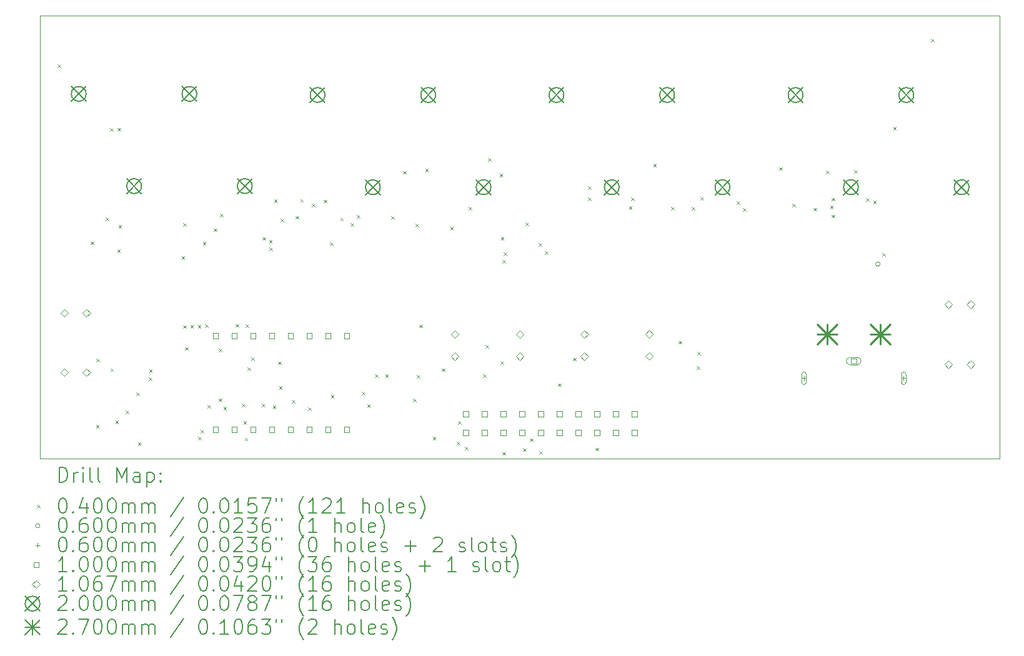
<source format=gbr>
%TF.GenerationSoftware,KiCad,Pcbnew,8.0.3*%
%TF.CreationDate,2025-06-03T03:43:44-07:00*%
%TF.ProjectId,Power_Distribution,506f7765-725f-4446-9973-747269627574,rev?*%
%TF.SameCoordinates,Original*%
%TF.FileFunction,Drillmap*%
%TF.FilePolarity,Positive*%
%FSLAX45Y45*%
G04 Gerber Fmt 4.5, Leading zero omitted, Abs format (unit mm)*
G04 Created by KiCad (PCBNEW 8.0.3) date 2025-06-03 03:43:44*
%MOMM*%
%LPD*%
G01*
G04 APERTURE LIST*
%ADD10C,0.100000*%
%ADD11C,0.200000*%
%ADD12C,0.106680*%
%ADD13C,0.270000*%
G04 APERTURE END LIST*
D10*
X8153640Y-5227320D02*
X21153640Y-5227320D01*
X21153640Y-11227320D01*
X8153640Y-11227320D01*
X8153640Y-5227320D01*
D11*
D10*
X8388000Y-5887000D02*
X8428000Y-5927000D01*
X8428000Y-5887000D02*
X8388000Y-5927000D01*
X8837120Y-8285800D02*
X8877120Y-8325800D01*
X8877120Y-8285800D02*
X8837120Y-8325800D01*
X8910000Y-10768000D02*
X8950000Y-10808000D01*
X8950000Y-10768000D02*
X8910000Y-10808000D01*
X8916000Y-9870000D02*
X8956000Y-9910000D01*
X8956000Y-9870000D02*
X8916000Y-9910000D01*
X9040000Y-7960000D02*
X9080000Y-8000000D01*
X9080000Y-7960000D02*
X9040000Y-8000000D01*
X9099000Y-6746000D02*
X9139000Y-6786000D01*
X9139000Y-6746000D02*
X9099000Y-6786000D01*
X9104000Y-10005000D02*
X9144000Y-10045000D01*
X9144000Y-10005000D02*
X9104000Y-10045000D01*
X9171113Y-10712113D02*
X9211113Y-10752113D01*
X9211113Y-10712113D02*
X9171113Y-10752113D01*
X9197000Y-8390000D02*
X9237000Y-8430000D01*
X9237000Y-8390000D02*
X9197000Y-8430000D01*
X9202000Y-6745000D02*
X9242000Y-6785000D01*
X9242000Y-6745000D02*
X9202000Y-6785000D01*
X9213482Y-8063000D02*
X9253482Y-8103000D01*
X9253482Y-8063000D02*
X9213482Y-8103000D01*
X9307996Y-10575230D02*
X9347996Y-10615230D01*
X9347996Y-10575230D02*
X9307996Y-10615230D01*
X9458000Y-10328000D02*
X9498000Y-10368000D01*
X9498000Y-10328000D02*
X9458000Y-10368000D01*
X9476884Y-11005725D02*
X9516884Y-11045725D01*
X9516884Y-11005725D02*
X9476884Y-11045725D01*
X9626000Y-10125000D02*
X9666000Y-10165000D01*
X9666000Y-10125000D02*
X9626000Y-10165000D01*
X9628000Y-10014000D02*
X9668000Y-10054000D01*
X9668000Y-10014000D02*
X9628000Y-10054000D01*
X10068100Y-8483920D02*
X10108100Y-8523920D01*
X10108100Y-8483920D02*
X10068100Y-8523920D01*
X10087050Y-8036880D02*
X10127050Y-8076880D01*
X10127050Y-8036880D02*
X10087050Y-8076880D01*
X10088000Y-9419000D02*
X10128000Y-9459000D01*
X10128000Y-9419000D02*
X10088000Y-9459000D01*
X10115680Y-9717291D02*
X10155680Y-9757291D01*
X10155680Y-9717291D02*
X10115680Y-9757291D01*
X10188170Y-9413512D02*
X10228170Y-9453512D01*
X10228170Y-9413512D02*
X10188170Y-9453512D01*
X10288487Y-9412712D02*
X10328487Y-9452712D01*
X10328487Y-9412712D02*
X10288487Y-9452712D01*
X10292000Y-10933000D02*
X10332000Y-10973000D01*
X10332000Y-10933000D02*
X10292000Y-10973000D01*
X10329000Y-10835000D02*
X10369000Y-10875000D01*
X10369000Y-10835000D02*
X10329000Y-10875000D01*
X10357240Y-8290880D02*
X10397240Y-8330880D01*
X10397240Y-8290880D02*
X10357240Y-8330880D01*
X10388707Y-9408230D02*
X10428707Y-9448230D01*
X10428707Y-9408230D02*
X10388707Y-9448230D01*
X10418000Y-10498000D02*
X10458000Y-10538000D01*
X10458000Y-10498000D02*
X10418000Y-10538000D01*
X10501860Y-8107611D02*
X10541860Y-8147611D01*
X10541860Y-8107611D02*
X10501860Y-8147611D01*
X10572000Y-10410000D02*
X10612000Y-10450000D01*
X10612000Y-10410000D02*
X10572000Y-10450000D01*
X10573000Y-9736000D02*
X10613000Y-9776000D01*
X10613000Y-9736000D02*
X10573000Y-9776000D01*
X10586615Y-7907134D02*
X10626615Y-7947134D01*
X10626615Y-7907134D02*
X10586615Y-7947134D01*
X10635000Y-10524000D02*
X10675000Y-10564000D01*
X10675000Y-10524000D02*
X10635000Y-10564000D01*
X10799063Y-9402756D02*
X10839063Y-9442756D01*
X10839063Y-9402756D02*
X10799063Y-9442756D01*
X10883163Y-10479680D02*
X10923163Y-10519680D01*
X10923163Y-10479680D02*
X10883163Y-10519680D01*
X10907522Y-10716880D02*
X10947522Y-10756880D01*
X10947522Y-10716880D02*
X10907522Y-10756880D01*
X10923529Y-10944782D02*
X10963529Y-10984782D01*
X10963529Y-10944782D02*
X10923529Y-10984782D01*
X10936000Y-9405000D02*
X10976000Y-9445000D01*
X10976000Y-9405000D02*
X10936000Y-9445000D01*
X10962304Y-9993239D02*
X11002304Y-10033239D01*
X11002304Y-9993239D02*
X10962304Y-10033239D01*
X11012018Y-9855680D02*
X11052018Y-9895680D01*
X11052018Y-9855680D02*
X11012018Y-9895680D01*
X11154122Y-10480021D02*
X11194122Y-10520021D01*
X11194122Y-10480021D02*
X11154122Y-10520021D01*
X11162254Y-8225759D02*
X11202254Y-8265759D01*
X11202254Y-8225759D02*
X11162254Y-8265759D01*
X11255000Y-8264000D02*
X11295000Y-8304000D01*
X11295000Y-8264000D02*
X11255000Y-8304000D01*
X11258799Y-8364248D02*
X11298799Y-8404248D01*
X11298799Y-8364248D02*
X11258799Y-8404248D01*
X11305242Y-10509448D02*
X11345242Y-10549448D01*
X11345242Y-10509448D02*
X11305242Y-10549448D01*
X11323000Y-7711000D02*
X11363000Y-7751000D01*
X11363000Y-7711000D02*
X11323000Y-7751000D01*
X11374000Y-9910000D02*
X11414000Y-9950000D01*
X11414000Y-9910000D02*
X11374000Y-9950000D01*
X11388667Y-10247560D02*
X11428667Y-10287560D01*
X11428667Y-10247560D02*
X11388667Y-10287560D01*
X11411737Y-7979237D02*
X11451737Y-8019237D01*
X11451737Y-7979237D02*
X11411737Y-8019237D01*
X11564560Y-10431370D02*
X11604560Y-10471370D01*
X11604560Y-10431370D02*
X11564560Y-10471370D01*
X11612877Y-7937107D02*
X11652877Y-7977107D01*
X11652877Y-7937107D02*
X11612877Y-7977107D01*
X11678008Y-7710008D02*
X11718008Y-7750008D01*
X11718008Y-7710008D02*
X11678008Y-7750008D01*
X11784000Y-10535000D02*
X11824000Y-10575000D01*
X11824000Y-10535000D02*
X11784000Y-10575000D01*
X11834026Y-7772526D02*
X11874026Y-7812526D01*
X11874026Y-7772526D02*
X11834026Y-7812526D01*
X11994000Y-7718000D02*
X12034000Y-7758000D01*
X12034000Y-7718000D02*
X11994000Y-7758000D01*
X12078160Y-8295960D02*
X12118160Y-8335960D01*
X12118160Y-8295960D02*
X12078160Y-8335960D01*
X12092500Y-10362500D02*
X12132500Y-10402500D01*
X12132500Y-10362500D02*
X12092500Y-10402500D01*
X12220000Y-7962500D02*
X12260000Y-8002500D01*
X12260000Y-7962500D02*
X12220000Y-8002500D01*
X12360280Y-8037817D02*
X12400280Y-8077817D01*
X12400280Y-8037817D02*
X12360280Y-8077817D01*
X12446000Y-7924000D02*
X12486000Y-7964000D01*
X12486000Y-7924000D02*
X12446000Y-7964000D01*
X12511180Y-10323170D02*
X12551180Y-10363170D01*
X12551180Y-10323170D02*
X12511180Y-10363170D01*
X12584000Y-10489000D02*
X12624000Y-10529000D01*
X12624000Y-10489000D02*
X12584000Y-10529000D01*
X12688000Y-10082000D02*
X12728000Y-10122000D01*
X12728000Y-10082000D02*
X12688000Y-10122000D01*
X12830000Y-10082000D02*
X12870000Y-10122000D01*
X12870000Y-10082000D02*
X12830000Y-10122000D01*
X12907500Y-7940000D02*
X12947500Y-7980000D01*
X12947500Y-7940000D02*
X12907500Y-7980000D01*
X13073000Y-7329320D02*
X13113000Y-7369320D01*
X13113000Y-7329320D02*
X13073000Y-7369320D01*
X13206000Y-10412560D02*
X13246000Y-10452560D01*
X13246000Y-10412560D02*
X13206000Y-10452560D01*
X13238800Y-8041960D02*
X13278800Y-8081960D01*
X13278800Y-8041960D02*
X13238800Y-8081960D01*
X13254000Y-10095000D02*
X13294000Y-10135000D01*
X13294000Y-10095000D02*
X13254000Y-10135000D01*
X13291000Y-9411000D02*
X13331000Y-9451000D01*
X13331000Y-9411000D02*
X13291000Y-9451000D01*
X13370000Y-7299000D02*
X13410000Y-7339000D01*
X13410000Y-7299000D02*
X13370000Y-7339000D01*
X13472440Y-10933440D02*
X13512440Y-10973440D01*
X13512440Y-10933440D02*
X13472440Y-10973440D01*
X13596831Y-10003880D02*
X13636831Y-10043880D01*
X13636831Y-10003880D02*
X13596831Y-10043880D01*
X13710551Y-8083987D02*
X13750551Y-8123987D01*
X13750551Y-8083987D02*
X13710551Y-8123987D01*
X13801000Y-10998000D02*
X13841000Y-11038000D01*
X13841000Y-10998000D02*
X13801000Y-11038000D01*
X13816210Y-10720057D02*
X13856210Y-10760057D01*
X13856210Y-10720057D02*
X13816210Y-10760057D01*
X13910204Y-11066040D02*
X13950204Y-11106040D01*
X13950204Y-11066040D02*
X13910204Y-11106040D01*
X13958000Y-7816000D02*
X13998000Y-7856000D01*
X13998000Y-7816000D02*
X13958000Y-7856000D01*
X14153000Y-10082000D02*
X14193000Y-10122000D01*
X14193000Y-10082000D02*
X14153000Y-10122000D01*
X14188000Y-9688000D02*
X14228000Y-9728000D01*
X14228000Y-9688000D02*
X14188000Y-9728000D01*
X14222000Y-7154000D02*
X14262000Y-7194000D01*
X14262000Y-7154000D02*
X14222000Y-7194000D01*
X14378000Y-7368000D02*
X14418000Y-7408000D01*
X14418000Y-7368000D02*
X14378000Y-7408000D01*
X14394104Y-9908900D02*
X14434104Y-9948900D01*
X14434104Y-9908900D02*
X14394104Y-9948900D01*
X14396000Y-8219000D02*
X14436000Y-8259000D01*
X14436000Y-8219000D02*
X14396000Y-8259000D01*
X14415736Y-11137782D02*
X14455736Y-11177782D01*
X14455736Y-11137782D02*
X14415736Y-11177782D01*
X14416000Y-8536000D02*
X14456000Y-8576000D01*
X14456000Y-8536000D02*
X14416000Y-8576000D01*
X14431040Y-8435726D02*
X14471040Y-8475726D01*
X14471040Y-8435726D02*
X14431040Y-8475726D01*
X14697559Y-11087790D02*
X14737559Y-11127790D01*
X14737559Y-11087790D02*
X14697559Y-11127790D01*
X14727500Y-8030000D02*
X14767500Y-8070000D01*
X14767500Y-8030000D02*
X14727500Y-8070000D01*
X14791000Y-10952000D02*
X14831000Y-10992000D01*
X14831000Y-10952000D02*
X14791000Y-10992000D01*
X14905590Y-8304496D02*
X14945590Y-8344496D01*
X14945590Y-8304496D02*
X14905590Y-8344496D01*
X14919000Y-11124000D02*
X14959000Y-11164000D01*
X14959000Y-11124000D02*
X14919000Y-11164000D01*
X14993550Y-8417880D02*
X15033550Y-8457880D01*
X15033550Y-8417880D02*
X14993550Y-8457880D01*
X15169000Y-10208000D02*
X15209000Y-10248000D01*
X15209000Y-10208000D02*
X15169000Y-10248000D01*
X15374268Y-9859442D02*
X15414268Y-9899442D01*
X15414268Y-9859442D02*
X15374268Y-9899442D01*
X15578440Y-7537003D02*
X15618440Y-7577003D01*
X15618440Y-7537003D02*
X15578440Y-7577003D01*
X15579232Y-7690701D02*
X15619232Y-7730701D01*
X15619232Y-7690701D02*
X15579232Y-7730701D01*
X15678000Y-11079000D02*
X15718000Y-11119000D01*
X15718000Y-11079000D02*
X15678000Y-11119000D01*
X16131560Y-7809654D02*
X16171560Y-7849654D01*
X16171560Y-7809654D02*
X16131560Y-7849654D01*
X16162000Y-7691000D02*
X16202000Y-7731000D01*
X16202000Y-7691000D02*
X16162000Y-7731000D01*
X16462000Y-7229000D02*
X16502000Y-7269000D01*
X16502000Y-7229000D02*
X16462000Y-7269000D01*
X16705000Y-7815000D02*
X16745000Y-7855000D01*
X16745000Y-7815000D02*
X16705000Y-7855000D01*
X16803000Y-9632000D02*
X16843000Y-9672000D01*
X16843000Y-9632000D02*
X16803000Y-9672000D01*
X16980680Y-7812819D02*
X17020680Y-7852819D01*
X17020680Y-7812819D02*
X16980680Y-7852819D01*
X17052000Y-9971730D02*
X17092000Y-10011730D01*
X17092000Y-9971730D02*
X17052000Y-10011730D01*
X17055000Y-9778000D02*
X17095000Y-9818000D01*
X17095000Y-9778000D02*
X17055000Y-9818000D01*
X17100657Y-7681483D02*
X17140657Y-7721483D01*
X17140657Y-7681483D02*
X17100657Y-7721483D01*
X17592000Y-7741000D02*
X17632000Y-7781000D01*
X17632000Y-7741000D02*
X17592000Y-7781000D01*
X17677720Y-7829720D02*
X17717720Y-7869720D01*
X17717720Y-7829720D02*
X17677720Y-7869720D01*
X18165000Y-7277000D02*
X18205000Y-7317000D01*
X18205000Y-7277000D02*
X18165000Y-7317000D01*
X18347000Y-7773000D02*
X18387000Y-7813000D01*
X18387000Y-7773000D02*
X18347000Y-7813000D01*
X18632000Y-7829000D02*
X18672000Y-7869000D01*
X18672000Y-7829000D02*
X18632000Y-7869000D01*
X18801000Y-7326000D02*
X18841000Y-7366000D01*
X18841000Y-7326000D02*
X18801000Y-7366000D01*
X18856702Y-7798254D02*
X18896702Y-7838254D01*
X18896702Y-7798254D02*
X18856702Y-7838254D01*
X18879037Y-7692263D02*
X18919037Y-7732263D01*
X18919037Y-7692263D02*
X18879037Y-7732263D01*
X18881000Y-7922000D02*
X18921000Y-7962000D01*
X18921000Y-7922000D02*
X18881000Y-7962000D01*
X19181000Y-7316000D02*
X19221000Y-7356000D01*
X19221000Y-7316000D02*
X19181000Y-7356000D01*
X19345000Y-7698000D02*
X19385000Y-7738000D01*
X19385000Y-7698000D02*
X19345000Y-7738000D01*
X19440684Y-7728144D02*
X19480684Y-7768144D01*
X19480684Y-7728144D02*
X19440684Y-7768144D01*
X19561250Y-8443280D02*
X19601250Y-8483280D01*
X19601250Y-8443280D02*
X19561250Y-8483280D01*
X19713305Y-6729000D02*
X19753305Y-6769000D01*
X19753305Y-6729000D02*
X19713305Y-6769000D01*
X20225000Y-5536000D02*
X20265000Y-5576000D01*
X20265000Y-5536000D02*
X20225000Y-5576000D01*
X19534740Y-8590327D02*
G75*
G02*
X19474740Y-8590327I-30000J0D01*
G01*
X19474740Y-8590327D02*
G75*
G02*
X19534740Y-8590327I30000J0D01*
G01*
X18502000Y-10108000D02*
X18502000Y-10168000D01*
X18472000Y-10138000D02*
X18532000Y-10138000D01*
X18532000Y-10193000D02*
X18532000Y-10083000D01*
X18472000Y-10083000D02*
G75*
G02*
X18532000Y-10083000I30000J0D01*
G01*
X18472000Y-10083000D02*
X18472000Y-10193000D01*
X18472000Y-10193000D02*
G75*
G03*
X18532000Y-10193000I30000J0D01*
G01*
X19852000Y-10108000D02*
X19852000Y-10168000D01*
X19822000Y-10138000D02*
X19882000Y-10138000D01*
X19882000Y-10193000D02*
X19882000Y-10083000D01*
X19822000Y-10083000D02*
G75*
G02*
X19882000Y-10083000I30000J0D01*
G01*
X19822000Y-10083000D02*
X19822000Y-10193000D01*
X19822000Y-10193000D02*
G75*
G03*
X19882000Y-10193000I30000J0D01*
G01*
X10564356Y-9598556D02*
X10564356Y-9527844D01*
X10493644Y-9527844D01*
X10493644Y-9598556D01*
X10564356Y-9598556D01*
X10564356Y-10868556D02*
X10564356Y-10797844D01*
X10493644Y-10797844D01*
X10493644Y-10868556D01*
X10564356Y-10868556D01*
X10818356Y-9598556D02*
X10818356Y-9527844D01*
X10747644Y-9527844D01*
X10747644Y-9598556D01*
X10818356Y-9598556D01*
X10818356Y-10868556D02*
X10818356Y-10797844D01*
X10747644Y-10797844D01*
X10747644Y-10868556D01*
X10818356Y-10868556D01*
X11072356Y-9598556D02*
X11072356Y-9527844D01*
X11001644Y-9527844D01*
X11001644Y-9598556D01*
X11072356Y-9598556D01*
X11072356Y-10868556D02*
X11072356Y-10797844D01*
X11001644Y-10797844D01*
X11001644Y-10868556D01*
X11072356Y-10868556D01*
X11326356Y-9598556D02*
X11326356Y-9527844D01*
X11255644Y-9527844D01*
X11255644Y-9598556D01*
X11326356Y-9598556D01*
X11326356Y-10868556D02*
X11326356Y-10797844D01*
X11255644Y-10797844D01*
X11255644Y-10868556D01*
X11326356Y-10868556D01*
X11580356Y-9598556D02*
X11580356Y-9527844D01*
X11509644Y-9527844D01*
X11509644Y-9598556D01*
X11580356Y-9598556D01*
X11580356Y-10868556D02*
X11580356Y-10797844D01*
X11509644Y-10797844D01*
X11509644Y-10868556D01*
X11580356Y-10868556D01*
X11834356Y-9598556D02*
X11834356Y-9527844D01*
X11763644Y-9527844D01*
X11763644Y-9598556D01*
X11834356Y-9598556D01*
X11834356Y-10868556D02*
X11834356Y-10797844D01*
X11763644Y-10797844D01*
X11763644Y-10868556D01*
X11834356Y-10868556D01*
X12088356Y-9598556D02*
X12088356Y-9527844D01*
X12017644Y-9527844D01*
X12017644Y-9598556D01*
X12088356Y-9598556D01*
X12088356Y-10868556D02*
X12088356Y-10797844D01*
X12017644Y-10797844D01*
X12017644Y-10868556D01*
X12088356Y-10868556D01*
X12342356Y-9598556D02*
X12342356Y-9527844D01*
X12271644Y-9527844D01*
X12271644Y-9598556D01*
X12342356Y-9598556D01*
X12342356Y-10868556D02*
X12342356Y-10797844D01*
X12271644Y-10797844D01*
X12271644Y-10868556D01*
X12342356Y-10868556D01*
X13954356Y-10656356D02*
X13954356Y-10585644D01*
X13883644Y-10585644D01*
X13883644Y-10656356D01*
X13954356Y-10656356D01*
X13954356Y-10910356D02*
X13954356Y-10839644D01*
X13883644Y-10839644D01*
X13883644Y-10910356D01*
X13954356Y-10910356D01*
X14208356Y-10656356D02*
X14208356Y-10585644D01*
X14137644Y-10585644D01*
X14137644Y-10656356D01*
X14208356Y-10656356D01*
X14208356Y-10910356D02*
X14208356Y-10839644D01*
X14137644Y-10839644D01*
X14137644Y-10910356D01*
X14208356Y-10910356D01*
X14462356Y-10656356D02*
X14462356Y-10585644D01*
X14391644Y-10585644D01*
X14391644Y-10656356D01*
X14462356Y-10656356D01*
X14462356Y-10910356D02*
X14462356Y-10839644D01*
X14391644Y-10839644D01*
X14391644Y-10910356D01*
X14462356Y-10910356D01*
X14716356Y-10656356D02*
X14716356Y-10585644D01*
X14645644Y-10585644D01*
X14645644Y-10656356D01*
X14716356Y-10656356D01*
X14716356Y-10910356D02*
X14716356Y-10839644D01*
X14645644Y-10839644D01*
X14645644Y-10910356D01*
X14716356Y-10910356D01*
X14970356Y-10656356D02*
X14970356Y-10585644D01*
X14899644Y-10585644D01*
X14899644Y-10656356D01*
X14970356Y-10656356D01*
X14970356Y-10910356D02*
X14970356Y-10839644D01*
X14899644Y-10839644D01*
X14899644Y-10910356D01*
X14970356Y-10910356D01*
X15224356Y-10656356D02*
X15224356Y-10585644D01*
X15153644Y-10585644D01*
X15153644Y-10656356D01*
X15224356Y-10656356D01*
X15224356Y-10910356D02*
X15224356Y-10839644D01*
X15153644Y-10839644D01*
X15153644Y-10910356D01*
X15224356Y-10910356D01*
X15478356Y-10656356D02*
X15478356Y-10585644D01*
X15407644Y-10585644D01*
X15407644Y-10656356D01*
X15478356Y-10656356D01*
X15478356Y-10910356D02*
X15478356Y-10839644D01*
X15407644Y-10839644D01*
X15407644Y-10910356D01*
X15478356Y-10910356D01*
X15732356Y-10656356D02*
X15732356Y-10585644D01*
X15661644Y-10585644D01*
X15661644Y-10656356D01*
X15732356Y-10656356D01*
X15732356Y-10910356D02*
X15732356Y-10839644D01*
X15661644Y-10839644D01*
X15661644Y-10910356D01*
X15732356Y-10910356D01*
X15986356Y-10656356D02*
X15986356Y-10585644D01*
X15915644Y-10585644D01*
X15915644Y-10656356D01*
X15986356Y-10656356D01*
X15986356Y-10910356D02*
X15986356Y-10839644D01*
X15915644Y-10839644D01*
X15915644Y-10910356D01*
X15986356Y-10910356D01*
X16240356Y-10656356D02*
X16240356Y-10585644D01*
X16169644Y-10585644D01*
X16169644Y-10656356D01*
X16240356Y-10656356D01*
X16240356Y-10910356D02*
X16240356Y-10839644D01*
X16169644Y-10839644D01*
X16169644Y-10910356D01*
X16240356Y-10910356D01*
X19212356Y-9938356D02*
X19212356Y-9867644D01*
X19141644Y-9867644D01*
X19141644Y-9938356D01*
X19212356Y-9938356D01*
X19227000Y-9853000D02*
X19127000Y-9853000D01*
X19127000Y-9953000D02*
G75*
G02*
X19127000Y-9853000I0J50000D01*
G01*
X19127000Y-9953000D02*
X19227000Y-9953000D01*
X19227000Y-9953000D02*
G75*
G03*
X19227000Y-9853000I0J50000D01*
G01*
D12*
X8480000Y-9308340D02*
X8533340Y-9255000D01*
X8480000Y-9201660D01*
X8426660Y-9255000D01*
X8480000Y-9308340D01*
X8480000Y-10112340D02*
X8533340Y-10059000D01*
X8480000Y-10005660D01*
X8426660Y-10059000D01*
X8480000Y-10112340D01*
X8780000Y-9308340D02*
X8833340Y-9255000D01*
X8780000Y-9201660D01*
X8726660Y-9255000D01*
X8780000Y-9308340D01*
X8780000Y-10112340D02*
X8833340Y-10059000D01*
X8780000Y-10005660D01*
X8726660Y-10059000D01*
X8780000Y-10112340D01*
X13773320Y-9593340D02*
X13826660Y-9540000D01*
X13773320Y-9486660D01*
X13719980Y-9540000D01*
X13773320Y-9593340D01*
X13773320Y-9893340D02*
X13826660Y-9840000D01*
X13773320Y-9786660D01*
X13719980Y-9840000D01*
X13773320Y-9893340D01*
X14650880Y-9593340D02*
X14704220Y-9540000D01*
X14650880Y-9486660D01*
X14597540Y-9540000D01*
X14650880Y-9593340D01*
X14650880Y-9893340D02*
X14704220Y-9840000D01*
X14650880Y-9786660D01*
X14597540Y-9840000D01*
X14650880Y-9893340D01*
X15528440Y-9593340D02*
X15581780Y-9540000D01*
X15528440Y-9486660D01*
X15475100Y-9540000D01*
X15528440Y-9593340D01*
X15528440Y-9893340D02*
X15581780Y-9840000D01*
X15528440Y-9786660D01*
X15475100Y-9840000D01*
X15528440Y-9893340D01*
X16406000Y-9592340D02*
X16459340Y-9539000D01*
X16406000Y-9485660D01*
X16352660Y-9539000D01*
X16406000Y-9592340D01*
X16406000Y-9892340D02*
X16459340Y-9839000D01*
X16406000Y-9785660D01*
X16352660Y-9839000D01*
X16406000Y-9892340D01*
X20462000Y-9191340D02*
X20515340Y-9138000D01*
X20462000Y-9084660D01*
X20408660Y-9138000D01*
X20462000Y-9191340D01*
X20462000Y-10004340D02*
X20515340Y-9951000D01*
X20462000Y-9897660D01*
X20408660Y-9951000D01*
X20462000Y-10004340D01*
X20762000Y-9191340D02*
X20815340Y-9138000D01*
X20762000Y-9084660D01*
X20708660Y-9138000D01*
X20762000Y-9191340D01*
X20762000Y-10004340D02*
X20815340Y-9951000D01*
X20762000Y-9897660D01*
X20708660Y-9951000D01*
X20762000Y-10004340D01*
D11*
X8575240Y-6183960D02*
X8775240Y-6383960D01*
X8775240Y-6183960D02*
X8575240Y-6383960D01*
X8775240Y-6283960D02*
G75*
G02*
X8575240Y-6283960I-100000J0D01*
G01*
X8575240Y-6283960D02*
G75*
G02*
X8775240Y-6283960I100000J0D01*
G01*
X9325240Y-7433960D02*
X9525240Y-7633960D01*
X9525240Y-7433960D02*
X9325240Y-7633960D01*
X9525240Y-7533960D02*
G75*
G02*
X9325240Y-7533960I-100000J0D01*
G01*
X9325240Y-7533960D02*
G75*
G02*
X9525240Y-7533960I100000J0D01*
G01*
X10075240Y-6183960D02*
X10275240Y-6383960D01*
X10275240Y-6183960D02*
X10075240Y-6383960D01*
X10275240Y-6283960D02*
G75*
G02*
X10075240Y-6283960I-100000J0D01*
G01*
X10075240Y-6283960D02*
G75*
G02*
X10275240Y-6283960I100000J0D01*
G01*
X10825240Y-7433960D02*
X11025240Y-7633960D01*
X11025240Y-7433960D02*
X10825240Y-7633960D01*
X11025240Y-7533960D02*
G75*
G02*
X10825240Y-7533960I-100000J0D01*
G01*
X10825240Y-7533960D02*
G75*
G02*
X11025240Y-7533960I100000J0D01*
G01*
X11811200Y-6199200D02*
X12011200Y-6399200D01*
X12011200Y-6199200D02*
X11811200Y-6399200D01*
X12011200Y-6299200D02*
G75*
G02*
X11811200Y-6299200I-100000J0D01*
G01*
X11811200Y-6299200D02*
G75*
G02*
X12011200Y-6299200I100000J0D01*
G01*
X12561200Y-7449200D02*
X12761200Y-7649200D01*
X12761200Y-7449200D02*
X12561200Y-7649200D01*
X12761200Y-7549200D02*
G75*
G02*
X12561200Y-7549200I-100000J0D01*
G01*
X12561200Y-7549200D02*
G75*
G02*
X12761200Y-7549200I100000J0D01*
G01*
X13311200Y-6199200D02*
X13511200Y-6399200D01*
X13511200Y-6199200D02*
X13311200Y-6399200D01*
X13511200Y-6299200D02*
G75*
G02*
X13311200Y-6299200I-100000J0D01*
G01*
X13311200Y-6299200D02*
G75*
G02*
X13511200Y-6299200I100000J0D01*
G01*
X14061200Y-7449200D02*
X14261200Y-7649200D01*
X14261200Y-7449200D02*
X14061200Y-7649200D01*
X14261200Y-7549200D02*
G75*
G02*
X14061200Y-7549200I-100000J0D01*
G01*
X14061200Y-7549200D02*
G75*
G02*
X14261200Y-7549200I100000J0D01*
G01*
X15048560Y-6199200D02*
X15248560Y-6399200D01*
X15248560Y-6199200D02*
X15048560Y-6399200D01*
X15248560Y-6299200D02*
G75*
G02*
X15048560Y-6299200I-100000J0D01*
G01*
X15048560Y-6299200D02*
G75*
G02*
X15248560Y-6299200I100000J0D01*
G01*
X15798560Y-7449200D02*
X15998560Y-7649200D01*
X15998560Y-7449200D02*
X15798560Y-7649200D01*
X15998560Y-7549200D02*
G75*
G02*
X15798560Y-7549200I-100000J0D01*
G01*
X15798560Y-7549200D02*
G75*
G02*
X15998560Y-7549200I100000J0D01*
G01*
X16548560Y-6199200D02*
X16748560Y-6399200D01*
X16748560Y-6199200D02*
X16548560Y-6399200D01*
X16748560Y-6299200D02*
G75*
G02*
X16548560Y-6299200I-100000J0D01*
G01*
X16548560Y-6299200D02*
G75*
G02*
X16748560Y-6299200I100000J0D01*
G01*
X17298560Y-7449200D02*
X17498560Y-7649200D01*
X17498560Y-7449200D02*
X17298560Y-7649200D01*
X17498560Y-7549200D02*
G75*
G02*
X17298560Y-7549200I-100000J0D01*
G01*
X17298560Y-7549200D02*
G75*
G02*
X17498560Y-7549200I100000J0D01*
G01*
X18289600Y-6199200D02*
X18489600Y-6399200D01*
X18489600Y-6199200D02*
X18289600Y-6399200D01*
X18489600Y-6299200D02*
G75*
G02*
X18289600Y-6299200I-100000J0D01*
G01*
X18289600Y-6299200D02*
G75*
G02*
X18489600Y-6299200I100000J0D01*
G01*
X19039600Y-7449200D02*
X19239600Y-7649200D01*
X19239600Y-7449200D02*
X19039600Y-7649200D01*
X19239600Y-7549200D02*
G75*
G02*
X19039600Y-7549200I-100000J0D01*
G01*
X19039600Y-7549200D02*
G75*
G02*
X19239600Y-7549200I100000J0D01*
G01*
X19789600Y-6199200D02*
X19989600Y-6399200D01*
X19989600Y-6199200D02*
X19789600Y-6399200D01*
X19989600Y-6299200D02*
G75*
G02*
X19789600Y-6299200I-100000J0D01*
G01*
X19789600Y-6299200D02*
G75*
G02*
X19989600Y-6299200I100000J0D01*
G01*
X20539600Y-7449200D02*
X20739600Y-7649200D01*
X20739600Y-7449200D02*
X20539600Y-7649200D01*
X20739600Y-7549200D02*
G75*
G02*
X20539600Y-7549200I-100000J0D01*
G01*
X20539600Y-7549200D02*
G75*
G02*
X20739600Y-7549200I100000J0D01*
G01*
D13*
X18682000Y-9403000D02*
X18952000Y-9673000D01*
X18952000Y-9403000D02*
X18682000Y-9673000D01*
X18817000Y-9403000D02*
X18817000Y-9673000D01*
X18682000Y-9538000D02*
X18952000Y-9538000D01*
X19402000Y-9403000D02*
X19672000Y-9673000D01*
X19672000Y-9403000D02*
X19402000Y-9673000D01*
X19537000Y-9403000D02*
X19537000Y-9673000D01*
X19402000Y-9538000D02*
X19672000Y-9538000D01*
D11*
X8409417Y-11543804D02*
X8409417Y-11343804D01*
X8409417Y-11343804D02*
X8457036Y-11343804D01*
X8457036Y-11343804D02*
X8485607Y-11353328D01*
X8485607Y-11353328D02*
X8504655Y-11372375D01*
X8504655Y-11372375D02*
X8514179Y-11391423D01*
X8514179Y-11391423D02*
X8523703Y-11429518D01*
X8523703Y-11429518D02*
X8523703Y-11458089D01*
X8523703Y-11458089D02*
X8514179Y-11496185D01*
X8514179Y-11496185D02*
X8504655Y-11515232D01*
X8504655Y-11515232D02*
X8485607Y-11534280D01*
X8485607Y-11534280D02*
X8457036Y-11543804D01*
X8457036Y-11543804D02*
X8409417Y-11543804D01*
X8609417Y-11543804D02*
X8609417Y-11410470D01*
X8609417Y-11448566D02*
X8618941Y-11429518D01*
X8618941Y-11429518D02*
X8628464Y-11419994D01*
X8628464Y-11419994D02*
X8647512Y-11410470D01*
X8647512Y-11410470D02*
X8666560Y-11410470D01*
X8733226Y-11543804D02*
X8733226Y-11410470D01*
X8733226Y-11343804D02*
X8723703Y-11353328D01*
X8723703Y-11353328D02*
X8733226Y-11362851D01*
X8733226Y-11362851D02*
X8742750Y-11353328D01*
X8742750Y-11353328D02*
X8733226Y-11343804D01*
X8733226Y-11343804D02*
X8733226Y-11362851D01*
X8857036Y-11543804D02*
X8837988Y-11534280D01*
X8837988Y-11534280D02*
X8828464Y-11515232D01*
X8828464Y-11515232D02*
X8828464Y-11343804D01*
X8961798Y-11543804D02*
X8942750Y-11534280D01*
X8942750Y-11534280D02*
X8933226Y-11515232D01*
X8933226Y-11515232D02*
X8933226Y-11343804D01*
X9190369Y-11543804D02*
X9190369Y-11343804D01*
X9190369Y-11343804D02*
X9257036Y-11486661D01*
X9257036Y-11486661D02*
X9323703Y-11343804D01*
X9323703Y-11343804D02*
X9323703Y-11543804D01*
X9504655Y-11543804D02*
X9504655Y-11439042D01*
X9504655Y-11439042D02*
X9495131Y-11419994D01*
X9495131Y-11419994D02*
X9476084Y-11410470D01*
X9476084Y-11410470D02*
X9437988Y-11410470D01*
X9437988Y-11410470D02*
X9418941Y-11419994D01*
X9504655Y-11534280D02*
X9485607Y-11543804D01*
X9485607Y-11543804D02*
X9437988Y-11543804D01*
X9437988Y-11543804D02*
X9418941Y-11534280D01*
X9418941Y-11534280D02*
X9409417Y-11515232D01*
X9409417Y-11515232D02*
X9409417Y-11496185D01*
X9409417Y-11496185D02*
X9418941Y-11477137D01*
X9418941Y-11477137D02*
X9437988Y-11467613D01*
X9437988Y-11467613D02*
X9485607Y-11467613D01*
X9485607Y-11467613D02*
X9504655Y-11458089D01*
X9599893Y-11410470D02*
X9599893Y-11610470D01*
X9599893Y-11419994D02*
X9618941Y-11410470D01*
X9618941Y-11410470D02*
X9657036Y-11410470D01*
X9657036Y-11410470D02*
X9676084Y-11419994D01*
X9676084Y-11419994D02*
X9685607Y-11429518D01*
X9685607Y-11429518D02*
X9695131Y-11448566D01*
X9695131Y-11448566D02*
X9695131Y-11505708D01*
X9695131Y-11505708D02*
X9685607Y-11524756D01*
X9685607Y-11524756D02*
X9676084Y-11534280D01*
X9676084Y-11534280D02*
X9657036Y-11543804D01*
X9657036Y-11543804D02*
X9618941Y-11543804D01*
X9618941Y-11543804D02*
X9599893Y-11534280D01*
X9780845Y-11524756D02*
X9790369Y-11534280D01*
X9790369Y-11534280D02*
X9780845Y-11543804D01*
X9780845Y-11543804D02*
X9771322Y-11534280D01*
X9771322Y-11534280D02*
X9780845Y-11524756D01*
X9780845Y-11524756D02*
X9780845Y-11543804D01*
X9780845Y-11419994D02*
X9790369Y-11429518D01*
X9790369Y-11429518D02*
X9780845Y-11439042D01*
X9780845Y-11439042D02*
X9771322Y-11429518D01*
X9771322Y-11429518D02*
X9780845Y-11419994D01*
X9780845Y-11419994D02*
X9780845Y-11439042D01*
D10*
X8108640Y-11852320D02*
X8148640Y-11892320D01*
X8148640Y-11852320D02*
X8108640Y-11892320D01*
D11*
X8447512Y-11763804D02*
X8466560Y-11763804D01*
X8466560Y-11763804D02*
X8485607Y-11773328D01*
X8485607Y-11773328D02*
X8495131Y-11782851D01*
X8495131Y-11782851D02*
X8504655Y-11801899D01*
X8504655Y-11801899D02*
X8514179Y-11839994D01*
X8514179Y-11839994D02*
X8514179Y-11887613D01*
X8514179Y-11887613D02*
X8504655Y-11925708D01*
X8504655Y-11925708D02*
X8495131Y-11944756D01*
X8495131Y-11944756D02*
X8485607Y-11954280D01*
X8485607Y-11954280D02*
X8466560Y-11963804D01*
X8466560Y-11963804D02*
X8447512Y-11963804D01*
X8447512Y-11963804D02*
X8428464Y-11954280D01*
X8428464Y-11954280D02*
X8418941Y-11944756D01*
X8418941Y-11944756D02*
X8409417Y-11925708D01*
X8409417Y-11925708D02*
X8399893Y-11887613D01*
X8399893Y-11887613D02*
X8399893Y-11839994D01*
X8399893Y-11839994D02*
X8409417Y-11801899D01*
X8409417Y-11801899D02*
X8418941Y-11782851D01*
X8418941Y-11782851D02*
X8428464Y-11773328D01*
X8428464Y-11773328D02*
X8447512Y-11763804D01*
X8599893Y-11944756D02*
X8609417Y-11954280D01*
X8609417Y-11954280D02*
X8599893Y-11963804D01*
X8599893Y-11963804D02*
X8590369Y-11954280D01*
X8590369Y-11954280D02*
X8599893Y-11944756D01*
X8599893Y-11944756D02*
X8599893Y-11963804D01*
X8780845Y-11830470D02*
X8780845Y-11963804D01*
X8733226Y-11754280D02*
X8685607Y-11897137D01*
X8685607Y-11897137D02*
X8809417Y-11897137D01*
X8923703Y-11763804D02*
X8942750Y-11763804D01*
X8942750Y-11763804D02*
X8961798Y-11773328D01*
X8961798Y-11773328D02*
X8971322Y-11782851D01*
X8971322Y-11782851D02*
X8980845Y-11801899D01*
X8980845Y-11801899D02*
X8990369Y-11839994D01*
X8990369Y-11839994D02*
X8990369Y-11887613D01*
X8990369Y-11887613D02*
X8980845Y-11925708D01*
X8980845Y-11925708D02*
X8971322Y-11944756D01*
X8971322Y-11944756D02*
X8961798Y-11954280D01*
X8961798Y-11954280D02*
X8942750Y-11963804D01*
X8942750Y-11963804D02*
X8923703Y-11963804D01*
X8923703Y-11963804D02*
X8904655Y-11954280D01*
X8904655Y-11954280D02*
X8895131Y-11944756D01*
X8895131Y-11944756D02*
X8885607Y-11925708D01*
X8885607Y-11925708D02*
X8876084Y-11887613D01*
X8876084Y-11887613D02*
X8876084Y-11839994D01*
X8876084Y-11839994D02*
X8885607Y-11801899D01*
X8885607Y-11801899D02*
X8895131Y-11782851D01*
X8895131Y-11782851D02*
X8904655Y-11773328D01*
X8904655Y-11773328D02*
X8923703Y-11763804D01*
X9114179Y-11763804D02*
X9133226Y-11763804D01*
X9133226Y-11763804D02*
X9152274Y-11773328D01*
X9152274Y-11773328D02*
X9161798Y-11782851D01*
X9161798Y-11782851D02*
X9171322Y-11801899D01*
X9171322Y-11801899D02*
X9180845Y-11839994D01*
X9180845Y-11839994D02*
X9180845Y-11887613D01*
X9180845Y-11887613D02*
X9171322Y-11925708D01*
X9171322Y-11925708D02*
X9161798Y-11944756D01*
X9161798Y-11944756D02*
X9152274Y-11954280D01*
X9152274Y-11954280D02*
X9133226Y-11963804D01*
X9133226Y-11963804D02*
X9114179Y-11963804D01*
X9114179Y-11963804D02*
X9095131Y-11954280D01*
X9095131Y-11954280D02*
X9085607Y-11944756D01*
X9085607Y-11944756D02*
X9076084Y-11925708D01*
X9076084Y-11925708D02*
X9066560Y-11887613D01*
X9066560Y-11887613D02*
X9066560Y-11839994D01*
X9066560Y-11839994D02*
X9076084Y-11801899D01*
X9076084Y-11801899D02*
X9085607Y-11782851D01*
X9085607Y-11782851D02*
X9095131Y-11773328D01*
X9095131Y-11773328D02*
X9114179Y-11763804D01*
X9266560Y-11963804D02*
X9266560Y-11830470D01*
X9266560Y-11849518D02*
X9276084Y-11839994D01*
X9276084Y-11839994D02*
X9295131Y-11830470D01*
X9295131Y-11830470D02*
X9323703Y-11830470D01*
X9323703Y-11830470D02*
X9342750Y-11839994D01*
X9342750Y-11839994D02*
X9352274Y-11859042D01*
X9352274Y-11859042D02*
X9352274Y-11963804D01*
X9352274Y-11859042D02*
X9361798Y-11839994D01*
X9361798Y-11839994D02*
X9380845Y-11830470D01*
X9380845Y-11830470D02*
X9409417Y-11830470D01*
X9409417Y-11830470D02*
X9428465Y-11839994D01*
X9428465Y-11839994D02*
X9437988Y-11859042D01*
X9437988Y-11859042D02*
X9437988Y-11963804D01*
X9533226Y-11963804D02*
X9533226Y-11830470D01*
X9533226Y-11849518D02*
X9542750Y-11839994D01*
X9542750Y-11839994D02*
X9561798Y-11830470D01*
X9561798Y-11830470D02*
X9590369Y-11830470D01*
X9590369Y-11830470D02*
X9609417Y-11839994D01*
X9609417Y-11839994D02*
X9618941Y-11859042D01*
X9618941Y-11859042D02*
X9618941Y-11963804D01*
X9618941Y-11859042D02*
X9628465Y-11839994D01*
X9628465Y-11839994D02*
X9647512Y-11830470D01*
X9647512Y-11830470D02*
X9676084Y-11830470D01*
X9676084Y-11830470D02*
X9695131Y-11839994D01*
X9695131Y-11839994D02*
X9704655Y-11859042D01*
X9704655Y-11859042D02*
X9704655Y-11963804D01*
X10095131Y-11754280D02*
X9923703Y-12011423D01*
X10352274Y-11763804D02*
X10371322Y-11763804D01*
X10371322Y-11763804D02*
X10390369Y-11773328D01*
X10390369Y-11773328D02*
X10399893Y-11782851D01*
X10399893Y-11782851D02*
X10409417Y-11801899D01*
X10409417Y-11801899D02*
X10418941Y-11839994D01*
X10418941Y-11839994D02*
X10418941Y-11887613D01*
X10418941Y-11887613D02*
X10409417Y-11925708D01*
X10409417Y-11925708D02*
X10399893Y-11944756D01*
X10399893Y-11944756D02*
X10390369Y-11954280D01*
X10390369Y-11954280D02*
X10371322Y-11963804D01*
X10371322Y-11963804D02*
X10352274Y-11963804D01*
X10352274Y-11963804D02*
X10333227Y-11954280D01*
X10333227Y-11954280D02*
X10323703Y-11944756D01*
X10323703Y-11944756D02*
X10314179Y-11925708D01*
X10314179Y-11925708D02*
X10304655Y-11887613D01*
X10304655Y-11887613D02*
X10304655Y-11839994D01*
X10304655Y-11839994D02*
X10314179Y-11801899D01*
X10314179Y-11801899D02*
X10323703Y-11782851D01*
X10323703Y-11782851D02*
X10333227Y-11773328D01*
X10333227Y-11773328D02*
X10352274Y-11763804D01*
X10504655Y-11944756D02*
X10514179Y-11954280D01*
X10514179Y-11954280D02*
X10504655Y-11963804D01*
X10504655Y-11963804D02*
X10495131Y-11954280D01*
X10495131Y-11954280D02*
X10504655Y-11944756D01*
X10504655Y-11944756D02*
X10504655Y-11963804D01*
X10637988Y-11763804D02*
X10657036Y-11763804D01*
X10657036Y-11763804D02*
X10676084Y-11773328D01*
X10676084Y-11773328D02*
X10685608Y-11782851D01*
X10685608Y-11782851D02*
X10695131Y-11801899D01*
X10695131Y-11801899D02*
X10704655Y-11839994D01*
X10704655Y-11839994D02*
X10704655Y-11887613D01*
X10704655Y-11887613D02*
X10695131Y-11925708D01*
X10695131Y-11925708D02*
X10685608Y-11944756D01*
X10685608Y-11944756D02*
X10676084Y-11954280D01*
X10676084Y-11954280D02*
X10657036Y-11963804D01*
X10657036Y-11963804D02*
X10637988Y-11963804D01*
X10637988Y-11963804D02*
X10618941Y-11954280D01*
X10618941Y-11954280D02*
X10609417Y-11944756D01*
X10609417Y-11944756D02*
X10599893Y-11925708D01*
X10599893Y-11925708D02*
X10590369Y-11887613D01*
X10590369Y-11887613D02*
X10590369Y-11839994D01*
X10590369Y-11839994D02*
X10599893Y-11801899D01*
X10599893Y-11801899D02*
X10609417Y-11782851D01*
X10609417Y-11782851D02*
X10618941Y-11773328D01*
X10618941Y-11773328D02*
X10637988Y-11763804D01*
X10895131Y-11963804D02*
X10780846Y-11963804D01*
X10837988Y-11963804D02*
X10837988Y-11763804D01*
X10837988Y-11763804D02*
X10818941Y-11792375D01*
X10818941Y-11792375D02*
X10799893Y-11811423D01*
X10799893Y-11811423D02*
X10780846Y-11820947D01*
X11076084Y-11763804D02*
X10980846Y-11763804D01*
X10980846Y-11763804D02*
X10971322Y-11859042D01*
X10971322Y-11859042D02*
X10980846Y-11849518D01*
X10980846Y-11849518D02*
X10999893Y-11839994D01*
X10999893Y-11839994D02*
X11047512Y-11839994D01*
X11047512Y-11839994D02*
X11066560Y-11849518D01*
X11066560Y-11849518D02*
X11076084Y-11859042D01*
X11076084Y-11859042D02*
X11085608Y-11878089D01*
X11085608Y-11878089D02*
X11085608Y-11925708D01*
X11085608Y-11925708D02*
X11076084Y-11944756D01*
X11076084Y-11944756D02*
X11066560Y-11954280D01*
X11066560Y-11954280D02*
X11047512Y-11963804D01*
X11047512Y-11963804D02*
X10999893Y-11963804D01*
X10999893Y-11963804D02*
X10980846Y-11954280D01*
X10980846Y-11954280D02*
X10971322Y-11944756D01*
X11152274Y-11763804D02*
X11285607Y-11763804D01*
X11285607Y-11763804D02*
X11199893Y-11963804D01*
X11352274Y-11763804D02*
X11352274Y-11801899D01*
X11428465Y-11763804D02*
X11428465Y-11801899D01*
X11723703Y-12039994D02*
X11714179Y-12030470D01*
X11714179Y-12030470D02*
X11695131Y-12001899D01*
X11695131Y-12001899D02*
X11685608Y-11982851D01*
X11685608Y-11982851D02*
X11676084Y-11954280D01*
X11676084Y-11954280D02*
X11666560Y-11906661D01*
X11666560Y-11906661D02*
X11666560Y-11868566D01*
X11666560Y-11868566D02*
X11676084Y-11820947D01*
X11676084Y-11820947D02*
X11685608Y-11792375D01*
X11685608Y-11792375D02*
X11695131Y-11773328D01*
X11695131Y-11773328D02*
X11714179Y-11744756D01*
X11714179Y-11744756D02*
X11723703Y-11735232D01*
X11904655Y-11963804D02*
X11790369Y-11963804D01*
X11847512Y-11963804D02*
X11847512Y-11763804D01*
X11847512Y-11763804D02*
X11828465Y-11792375D01*
X11828465Y-11792375D02*
X11809417Y-11811423D01*
X11809417Y-11811423D02*
X11790369Y-11820947D01*
X11980846Y-11782851D02*
X11990369Y-11773328D01*
X11990369Y-11773328D02*
X12009417Y-11763804D01*
X12009417Y-11763804D02*
X12057036Y-11763804D01*
X12057036Y-11763804D02*
X12076084Y-11773328D01*
X12076084Y-11773328D02*
X12085608Y-11782851D01*
X12085608Y-11782851D02*
X12095131Y-11801899D01*
X12095131Y-11801899D02*
X12095131Y-11820947D01*
X12095131Y-11820947D02*
X12085608Y-11849518D01*
X12085608Y-11849518D02*
X11971322Y-11963804D01*
X11971322Y-11963804D02*
X12095131Y-11963804D01*
X12285608Y-11963804D02*
X12171322Y-11963804D01*
X12228465Y-11963804D02*
X12228465Y-11763804D01*
X12228465Y-11763804D02*
X12209417Y-11792375D01*
X12209417Y-11792375D02*
X12190369Y-11811423D01*
X12190369Y-11811423D02*
X12171322Y-11820947D01*
X12523703Y-11963804D02*
X12523703Y-11763804D01*
X12609417Y-11963804D02*
X12609417Y-11859042D01*
X12609417Y-11859042D02*
X12599893Y-11839994D01*
X12599893Y-11839994D02*
X12580846Y-11830470D01*
X12580846Y-11830470D02*
X12552274Y-11830470D01*
X12552274Y-11830470D02*
X12533227Y-11839994D01*
X12533227Y-11839994D02*
X12523703Y-11849518D01*
X12733227Y-11963804D02*
X12714179Y-11954280D01*
X12714179Y-11954280D02*
X12704655Y-11944756D01*
X12704655Y-11944756D02*
X12695131Y-11925708D01*
X12695131Y-11925708D02*
X12695131Y-11868566D01*
X12695131Y-11868566D02*
X12704655Y-11849518D01*
X12704655Y-11849518D02*
X12714179Y-11839994D01*
X12714179Y-11839994D02*
X12733227Y-11830470D01*
X12733227Y-11830470D02*
X12761798Y-11830470D01*
X12761798Y-11830470D02*
X12780846Y-11839994D01*
X12780846Y-11839994D02*
X12790370Y-11849518D01*
X12790370Y-11849518D02*
X12799893Y-11868566D01*
X12799893Y-11868566D02*
X12799893Y-11925708D01*
X12799893Y-11925708D02*
X12790370Y-11944756D01*
X12790370Y-11944756D02*
X12780846Y-11954280D01*
X12780846Y-11954280D02*
X12761798Y-11963804D01*
X12761798Y-11963804D02*
X12733227Y-11963804D01*
X12914179Y-11963804D02*
X12895131Y-11954280D01*
X12895131Y-11954280D02*
X12885608Y-11935232D01*
X12885608Y-11935232D02*
X12885608Y-11763804D01*
X13066560Y-11954280D02*
X13047512Y-11963804D01*
X13047512Y-11963804D02*
X13009417Y-11963804D01*
X13009417Y-11963804D02*
X12990370Y-11954280D01*
X12990370Y-11954280D02*
X12980846Y-11935232D01*
X12980846Y-11935232D02*
X12980846Y-11859042D01*
X12980846Y-11859042D02*
X12990370Y-11839994D01*
X12990370Y-11839994D02*
X13009417Y-11830470D01*
X13009417Y-11830470D02*
X13047512Y-11830470D01*
X13047512Y-11830470D02*
X13066560Y-11839994D01*
X13066560Y-11839994D02*
X13076084Y-11859042D01*
X13076084Y-11859042D02*
X13076084Y-11878089D01*
X13076084Y-11878089D02*
X12980846Y-11897137D01*
X13152274Y-11954280D02*
X13171322Y-11963804D01*
X13171322Y-11963804D02*
X13209417Y-11963804D01*
X13209417Y-11963804D02*
X13228465Y-11954280D01*
X13228465Y-11954280D02*
X13237989Y-11935232D01*
X13237989Y-11935232D02*
X13237989Y-11925708D01*
X13237989Y-11925708D02*
X13228465Y-11906661D01*
X13228465Y-11906661D02*
X13209417Y-11897137D01*
X13209417Y-11897137D02*
X13180846Y-11897137D01*
X13180846Y-11897137D02*
X13161798Y-11887613D01*
X13161798Y-11887613D02*
X13152274Y-11868566D01*
X13152274Y-11868566D02*
X13152274Y-11859042D01*
X13152274Y-11859042D02*
X13161798Y-11839994D01*
X13161798Y-11839994D02*
X13180846Y-11830470D01*
X13180846Y-11830470D02*
X13209417Y-11830470D01*
X13209417Y-11830470D02*
X13228465Y-11839994D01*
X13304655Y-12039994D02*
X13314179Y-12030470D01*
X13314179Y-12030470D02*
X13333227Y-12001899D01*
X13333227Y-12001899D02*
X13342751Y-11982851D01*
X13342751Y-11982851D02*
X13352274Y-11954280D01*
X13352274Y-11954280D02*
X13361798Y-11906661D01*
X13361798Y-11906661D02*
X13361798Y-11868566D01*
X13361798Y-11868566D02*
X13352274Y-11820947D01*
X13352274Y-11820947D02*
X13342751Y-11792375D01*
X13342751Y-11792375D02*
X13333227Y-11773328D01*
X13333227Y-11773328D02*
X13314179Y-11744756D01*
X13314179Y-11744756D02*
X13304655Y-11735232D01*
D10*
X8148640Y-12136320D02*
G75*
G02*
X8088640Y-12136320I-30000J0D01*
G01*
X8088640Y-12136320D02*
G75*
G02*
X8148640Y-12136320I30000J0D01*
G01*
D11*
X8447512Y-12027804D02*
X8466560Y-12027804D01*
X8466560Y-12027804D02*
X8485607Y-12037328D01*
X8485607Y-12037328D02*
X8495131Y-12046851D01*
X8495131Y-12046851D02*
X8504655Y-12065899D01*
X8504655Y-12065899D02*
X8514179Y-12103994D01*
X8514179Y-12103994D02*
X8514179Y-12151613D01*
X8514179Y-12151613D02*
X8504655Y-12189708D01*
X8504655Y-12189708D02*
X8495131Y-12208756D01*
X8495131Y-12208756D02*
X8485607Y-12218280D01*
X8485607Y-12218280D02*
X8466560Y-12227804D01*
X8466560Y-12227804D02*
X8447512Y-12227804D01*
X8447512Y-12227804D02*
X8428464Y-12218280D01*
X8428464Y-12218280D02*
X8418941Y-12208756D01*
X8418941Y-12208756D02*
X8409417Y-12189708D01*
X8409417Y-12189708D02*
X8399893Y-12151613D01*
X8399893Y-12151613D02*
X8399893Y-12103994D01*
X8399893Y-12103994D02*
X8409417Y-12065899D01*
X8409417Y-12065899D02*
X8418941Y-12046851D01*
X8418941Y-12046851D02*
X8428464Y-12037328D01*
X8428464Y-12037328D02*
X8447512Y-12027804D01*
X8599893Y-12208756D02*
X8609417Y-12218280D01*
X8609417Y-12218280D02*
X8599893Y-12227804D01*
X8599893Y-12227804D02*
X8590369Y-12218280D01*
X8590369Y-12218280D02*
X8599893Y-12208756D01*
X8599893Y-12208756D02*
X8599893Y-12227804D01*
X8780845Y-12027804D02*
X8742750Y-12027804D01*
X8742750Y-12027804D02*
X8723703Y-12037328D01*
X8723703Y-12037328D02*
X8714179Y-12046851D01*
X8714179Y-12046851D02*
X8695131Y-12075423D01*
X8695131Y-12075423D02*
X8685607Y-12113518D01*
X8685607Y-12113518D02*
X8685607Y-12189708D01*
X8685607Y-12189708D02*
X8695131Y-12208756D01*
X8695131Y-12208756D02*
X8704655Y-12218280D01*
X8704655Y-12218280D02*
X8723703Y-12227804D01*
X8723703Y-12227804D02*
X8761798Y-12227804D01*
X8761798Y-12227804D02*
X8780845Y-12218280D01*
X8780845Y-12218280D02*
X8790369Y-12208756D01*
X8790369Y-12208756D02*
X8799893Y-12189708D01*
X8799893Y-12189708D02*
X8799893Y-12142089D01*
X8799893Y-12142089D02*
X8790369Y-12123042D01*
X8790369Y-12123042D02*
X8780845Y-12113518D01*
X8780845Y-12113518D02*
X8761798Y-12103994D01*
X8761798Y-12103994D02*
X8723703Y-12103994D01*
X8723703Y-12103994D02*
X8704655Y-12113518D01*
X8704655Y-12113518D02*
X8695131Y-12123042D01*
X8695131Y-12123042D02*
X8685607Y-12142089D01*
X8923703Y-12027804D02*
X8942750Y-12027804D01*
X8942750Y-12027804D02*
X8961798Y-12037328D01*
X8961798Y-12037328D02*
X8971322Y-12046851D01*
X8971322Y-12046851D02*
X8980845Y-12065899D01*
X8980845Y-12065899D02*
X8990369Y-12103994D01*
X8990369Y-12103994D02*
X8990369Y-12151613D01*
X8990369Y-12151613D02*
X8980845Y-12189708D01*
X8980845Y-12189708D02*
X8971322Y-12208756D01*
X8971322Y-12208756D02*
X8961798Y-12218280D01*
X8961798Y-12218280D02*
X8942750Y-12227804D01*
X8942750Y-12227804D02*
X8923703Y-12227804D01*
X8923703Y-12227804D02*
X8904655Y-12218280D01*
X8904655Y-12218280D02*
X8895131Y-12208756D01*
X8895131Y-12208756D02*
X8885607Y-12189708D01*
X8885607Y-12189708D02*
X8876084Y-12151613D01*
X8876084Y-12151613D02*
X8876084Y-12103994D01*
X8876084Y-12103994D02*
X8885607Y-12065899D01*
X8885607Y-12065899D02*
X8895131Y-12046851D01*
X8895131Y-12046851D02*
X8904655Y-12037328D01*
X8904655Y-12037328D02*
X8923703Y-12027804D01*
X9114179Y-12027804D02*
X9133226Y-12027804D01*
X9133226Y-12027804D02*
X9152274Y-12037328D01*
X9152274Y-12037328D02*
X9161798Y-12046851D01*
X9161798Y-12046851D02*
X9171322Y-12065899D01*
X9171322Y-12065899D02*
X9180845Y-12103994D01*
X9180845Y-12103994D02*
X9180845Y-12151613D01*
X9180845Y-12151613D02*
X9171322Y-12189708D01*
X9171322Y-12189708D02*
X9161798Y-12208756D01*
X9161798Y-12208756D02*
X9152274Y-12218280D01*
X9152274Y-12218280D02*
X9133226Y-12227804D01*
X9133226Y-12227804D02*
X9114179Y-12227804D01*
X9114179Y-12227804D02*
X9095131Y-12218280D01*
X9095131Y-12218280D02*
X9085607Y-12208756D01*
X9085607Y-12208756D02*
X9076084Y-12189708D01*
X9076084Y-12189708D02*
X9066560Y-12151613D01*
X9066560Y-12151613D02*
X9066560Y-12103994D01*
X9066560Y-12103994D02*
X9076084Y-12065899D01*
X9076084Y-12065899D02*
X9085607Y-12046851D01*
X9085607Y-12046851D02*
X9095131Y-12037328D01*
X9095131Y-12037328D02*
X9114179Y-12027804D01*
X9266560Y-12227804D02*
X9266560Y-12094470D01*
X9266560Y-12113518D02*
X9276084Y-12103994D01*
X9276084Y-12103994D02*
X9295131Y-12094470D01*
X9295131Y-12094470D02*
X9323703Y-12094470D01*
X9323703Y-12094470D02*
X9342750Y-12103994D01*
X9342750Y-12103994D02*
X9352274Y-12123042D01*
X9352274Y-12123042D02*
X9352274Y-12227804D01*
X9352274Y-12123042D02*
X9361798Y-12103994D01*
X9361798Y-12103994D02*
X9380845Y-12094470D01*
X9380845Y-12094470D02*
X9409417Y-12094470D01*
X9409417Y-12094470D02*
X9428465Y-12103994D01*
X9428465Y-12103994D02*
X9437988Y-12123042D01*
X9437988Y-12123042D02*
X9437988Y-12227804D01*
X9533226Y-12227804D02*
X9533226Y-12094470D01*
X9533226Y-12113518D02*
X9542750Y-12103994D01*
X9542750Y-12103994D02*
X9561798Y-12094470D01*
X9561798Y-12094470D02*
X9590369Y-12094470D01*
X9590369Y-12094470D02*
X9609417Y-12103994D01*
X9609417Y-12103994D02*
X9618941Y-12123042D01*
X9618941Y-12123042D02*
X9618941Y-12227804D01*
X9618941Y-12123042D02*
X9628465Y-12103994D01*
X9628465Y-12103994D02*
X9647512Y-12094470D01*
X9647512Y-12094470D02*
X9676084Y-12094470D01*
X9676084Y-12094470D02*
X9695131Y-12103994D01*
X9695131Y-12103994D02*
X9704655Y-12123042D01*
X9704655Y-12123042D02*
X9704655Y-12227804D01*
X10095131Y-12018280D02*
X9923703Y-12275423D01*
X10352274Y-12027804D02*
X10371322Y-12027804D01*
X10371322Y-12027804D02*
X10390369Y-12037328D01*
X10390369Y-12037328D02*
X10399893Y-12046851D01*
X10399893Y-12046851D02*
X10409417Y-12065899D01*
X10409417Y-12065899D02*
X10418941Y-12103994D01*
X10418941Y-12103994D02*
X10418941Y-12151613D01*
X10418941Y-12151613D02*
X10409417Y-12189708D01*
X10409417Y-12189708D02*
X10399893Y-12208756D01*
X10399893Y-12208756D02*
X10390369Y-12218280D01*
X10390369Y-12218280D02*
X10371322Y-12227804D01*
X10371322Y-12227804D02*
X10352274Y-12227804D01*
X10352274Y-12227804D02*
X10333227Y-12218280D01*
X10333227Y-12218280D02*
X10323703Y-12208756D01*
X10323703Y-12208756D02*
X10314179Y-12189708D01*
X10314179Y-12189708D02*
X10304655Y-12151613D01*
X10304655Y-12151613D02*
X10304655Y-12103994D01*
X10304655Y-12103994D02*
X10314179Y-12065899D01*
X10314179Y-12065899D02*
X10323703Y-12046851D01*
X10323703Y-12046851D02*
X10333227Y-12037328D01*
X10333227Y-12037328D02*
X10352274Y-12027804D01*
X10504655Y-12208756D02*
X10514179Y-12218280D01*
X10514179Y-12218280D02*
X10504655Y-12227804D01*
X10504655Y-12227804D02*
X10495131Y-12218280D01*
X10495131Y-12218280D02*
X10504655Y-12208756D01*
X10504655Y-12208756D02*
X10504655Y-12227804D01*
X10637988Y-12027804D02*
X10657036Y-12027804D01*
X10657036Y-12027804D02*
X10676084Y-12037328D01*
X10676084Y-12037328D02*
X10685608Y-12046851D01*
X10685608Y-12046851D02*
X10695131Y-12065899D01*
X10695131Y-12065899D02*
X10704655Y-12103994D01*
X10704655Y-12103994D02*
X10704655Y-12151613D01*
X10704655Y-12151613D02*
X10695131Y-12189708D01*
X10695131Y-12189708D02*
X10685608Y-12208756D01*
X10685608Y-12208756D02*
X10676084Y-12218280D01*
X10676084Y-12218280D02*
X10657036Y-12227804D01*
X10657036Y-12227804D02*
X10637988Y-12227804D01*
X10637988Y-12227804D02*
X10618941Y-12218280D01*
X10618941Y-12218280D02*
X10609417Y-12208756D01*
X10609417Y-12208756D02*
X10599893Y-12189708D01*
X10599893Y-12189708D02*
X10590369Y-12151613D01*
X10590369Y-12151613D02*
X10590369Y-12103994D01*
X10590369Y-12103994D02*
X10599893Y-12065899D01*
X10599893Y-12065899D02*
X10609417Y-12046851D01*
X10609417Y-12046851D02*
X10618941Y-12037328D01*
X10618941Y-12037328D02*
X10637988Y-12027804D01*
X10780846Y-12046851D02*
X10790369Y-12037328D01*
X10790369Y-12037328D02*
X10809417Y-12027804D01*
X10809417Y-12027804D02*
X10857036Y-12027804D01*
X10857036Y-12027804D02*
X10876084Y-12037328D01*
X10876084Y-12037328D02*
X10885608Y-12046851D01*
X10885608Y-12046851D02*
X10895131Y-12065899D01*
X10895131Y-12065899D02*
X10895131Y-12084947D01*
X10895131Y-12084947D02*
X10885608Y-12113518D01*
X10885608Y-12113518D02*
X10771322Y-12227804D01*
X10771322Y-12227804D02*
X10895131Y-12227804D01*
X10961798Y-12027804D02*
X11085608Y-12027804D01*
X11085608Y-12027804D02*
X11018941Y-12103994D01*
X11018941Y-12103994D02*
X11047512Y-12103994D01*
X11047512Y-12103994D02*
X11066560Y-12113518D01*
X11066560Y-12113518D02*
X11076084Y-12123042D01*
X11076084Y-12123042D02*
X11085608Y-12142089D01*
X11085608Y-12142089D02*
X11085608Y-12189708D01*
X11085608Y-12189708D02*
X11076084Y-12208756D01*
X11076084Y-12208756D02*
X11066560Y-12218280D01*
X11066560Y-12218280D02*
X11047512Y-12227804D01*
X11047512Y-12227804D02*
X10990369Y-12227804D01*
X10990369Y-12227804D02*
X10971322Y-12218280D01*
X10971322Y-12218280D02*
X10961798Y-12208756D01*
X11257036Y-12027804D02*
X11218941Y-12027804D01*
X11218941Y-12027804D02*
X11199893Y-12037328D01*
X11199893Y-12037328D02*
X11190369Y-12046851D01*
X11190369Y-12046851D02*
X11171322Y-12075423D01*
X11171322Y-12075423D02*
X11161798Y-12113518D01*
X11161798Y-12113518D02*
X11161798Y-12189708D01*
X11161798Y-12189708D02*
X11171322Y-12208756D01*
X11171322Y-12208756D02*
X11180846Y-12218280D01*
X11180846Y-12218280D02*
X11199893Y-12227804D01*
X11199893Y-12227804D02*
X11237988Y-12227804D01*
X11237988Y-12227804D02*
X11257036Y-12218280D01*
X11257036Y-12218280D02*
X11266560Y-12208756D01*
X11266560Y-12208756D02*
X11276084Y-12189708D01*
X11276084Y-12189708D02*
X11276084Y-12142089D01*
X11276084Y-12142089D02*
X11266560Y-12123042D01*
X11266560Y-12123042D02*
X11257036Y-12113518D01*
X11257036Y-12113518D02*
X11237988Y-12103994D01*
X11237988Y-12103994D02*
X11199893Y-12103994D01*
X11199893Y-12103994D02*
X11180846Y-12113518D01*
X11180846Y-12113518D02*
X11171322Y-12123042D01*
X11171322Y-12123042D02*
X11161798Y-12142089D01*
X11352274Y-12027804D02*
X11352274Y-12065899D01*
X11428465Y-12027804D02*
X11428465Y-12065899D01*
X11723703Y-12303994D02*
X11714179Y-12294470D01*
X11714179Y-12294470D02*
X11695131Y-12265899D01*
X11695131Y-12265899D02*
X11685608Y-12246851D01*
X11685608Y-12246851D02*
X11676084Y-12218280D01*
X11676084Y-12218280D02*
X11666560Y-12170661D01*
X11666560Y-12170661D02*
X11666560Y-12132566D01*
X11666560Y-12132566D02*
X11676084Y-12084947D01*
X11676084Y-12084947D02*
X11685608Y-12056375D01*
X11685608Y-12056375D02*
X11695131Y-12037328D01*
X11695131Y-12037328D02*
X11714179Y-12008756D01*
X11714179Y-12008756D02*
X11723703Y-11999232D01*
X11904655Y-12227804D02*
X11790369Y-12227804D01*
X11847512Y-12227804D02*
X11847512Y-12027804D01*
X11847512Y-12027804D02*
X11828465Y-12056375D01*
X11828465Y-12056375D02*
X11809417Y-12075423D01*
X11809417Y-12075423D02*
X11790369Y-12084947D01*
X12142750Y-12227804D02*
X12142750Y-12027804D01*
X12228465Y-12227804D02*
X12228465Y-12123042D01*
X12228465Y-12123042D02*
X12218941Y-12103994D01*
X12218941Y-12103994D02*
X12199893Y-12094470D01*
X12199893Y-12094470D02*
X12171322Y-12094470D01*
X12171322Y-12094470D02*
X12152274Y-12103994D01*
X12152274Y-12103994D02*
X12142750Y-12113518D01*
X12352274Y-12227804D02*
X12333227Y-12218280D01*
X12333227Y-12218280D02*
X12323703Y-12208756D01*
X12323703Y-12208756D02*
X12314179Y-12189708D01*
X12314179Y-12189708D02*
X12314179Y-12132566D01*
X12314179Y-12132566D02*
X12323703Y-12113518D01*
X12323703Y-12113518D02*
X12333227Y-12103994D01*
X12333227Y-12103994D02*
X12352274Y-12094470D01*
X12352274Y-12094470D02*
X12380846Y-12094470D01*
X12380846Y-12094470D02*
X12399893Y-12103994D01*
X12399893Y-12103994D02*
X12409417Y-12113518D01*
X12409417Y-12113518D02*
X12418941Y-12132566D01*
X12418941Y-12132566D02*
X12418941Y-12189708D01*
X12418941Y-12189708D02*
X12409417Y-12208756D01*
X12409417Y-12208756D02*
X12399893Y-12218280D01*
X12399893Y-12218280D02*
X12380846Y-12227804D01*
X12380846Y-12227804D02*
X12352274Y-12227804D01*
X12533227Y-12227804D02*
X12514179Y-12218280D01*
X12514179Y-12218280D02*
X12504655Y-12199232D01*
X12504655Y-12199232D02*
X12504655Y-12027804D01*
X12685608Y-12218280D02*
X12666560Y-12227804D01*
X12666560Y-12227804D02*
X12628465Y-12227804D01*
X12628465Y-12227804D02*
X12609417Y-12218280D01*
X12609417Y-12218280D02*
X12599893Y-12199232D01*
X12599893Y-12199232D02*
X12599893Y-12123042D01*
X12599893Y-12123042D02*
X12609417Y-12103994D01*
X12609417Y-12103994D02*
X12628465Y-12094470D01*
X12628465Y-12094470D02*
X12666560Y-12094470D01*
X12666560Y-12094470D02*
X12685608Y-12103994D01*
X12685608Y-12103994D02*
X12695131Y-12123042D01*
X12695131Y-12123042D02*
X12695131Y-12142089D01*
X12695131Y-12142089D02*
X12599893Y-12161137D01*
X12761798Y-12303994D02*
X12771322Y-12294470D01*
X12771322Y-12294470D02*
X12790370Y-12265899D01*
X12790370Y-12265899D02*
X12799893Y-12246851D01*
X12799893Y-12246851D02*
X12809417Y-12218280D01*
X12809417Y-12218280D02*
X12818941Y-12170661D01*
X12818941Y-12170661D02*
X12818941Y-12132566D01*
X12818941Y-12132566D02*
X12809417Y-12084947D01*
X12809417Y-12084947D02*
X12799893Y-12056375D01*
X12799893Y-12056375D02*
X12790370Y-12037328D01*
X12790370Y-12037328D02*
X12771322Y-12008756D01*
X12771322Y-12008756D02*
X12761798Y-11999232D01*
D10*
X8118640Y-12370320D02*
X8118640Y-12430320D01*
X8088640Y-12400320D02*
X8148640Y-12400320D01*
D11*
X8447512Y-12291804D02*
X8466560Y-12291804D01*
X8466560Y-12291804D02*
X8485607Y-12301328D01*
X8485607Y-12301328D02*
X8495131Y-12310851D01*
X8495131Y-12310851D02*
X8504655Y-12329899D01*
X8504655Y-12329899D02*
X8514179Y-12367994D01*
X8514179Y-12367994D02*
X8514179Y-12415613D01*
X8514179Y-12415613D02*
X8504655Y-12453708D01*
X8504655Y-12453708D02*
X8495131Y-12472756D01*
X8495131Y-12472756D02*
X8485607Y-12482280D01*
X8485607Y-12482280D02*
X8466560Y-12491804D01*
X8466560Y-12491804D02*
X8447512Y-12491804D01*
X8447512Y-12491804D02*
X8428464Y-12482280D01*
X8428464Y-12482280D02*
X8418941Y-12472756D01*
X8418941Y-12472756D02*
X8409417Y-12453708D01*
X8409417Y-12453708D02*
X8399893Y-12415613D01*
X8399893Y-12415613D02*
X8399893Y-12367994D01*
X8399893Y-12367994D02*
X8409417Y-12329899D01*
X8409417Y-12329899D02*
X8418941Y-12310851D01*
X8418941Y-12310851D02*
X8428464Y-12301328D01*
X8428464Y-12301328D02*
X8447512Y-12291804D01*
X8599893Y-12472756D02*
X8609417Y-12482280D01*
X8609417Y-12482280D02*
X8599893Y-12491804D01*
X8599893Y-12491804D02*
X8590369Y-12482280D01*
X8590369Y-12482280D02*
X8599893Y-12472756D01*
X8599893Y-12472756D02*
X8599893Y-12491804D01*
X8780845Y-12291804D02*
X8742750Y-12291804D01*
X8742750Y-12291804D02*
X8723703Y-12301328D01*
X8723703Y-12301328D02*
X8714179Y-12310851D01*
X8714179Y-12310851D02*
X8695131Y-12339423D01*
X8695131Y-12339423D02*
X8685607Y-12377518D01*
X8685607Y-12377518D02*
X8685607Y-12453708D01*
X8685607Y-12453708D02*
X8695131Y-12472756D01*
X8695131Y-12472756D02*
X8704655Y-12482280D01*
X8704655Y-12482280D02*
X8723703Y-12491804D01*
X8723703Y-12491804D02*
X8761798Y-12491804D01*
X8761798Y-12491804D02*
X8780845Y-12482280D01*
X8780845Y-12482280D02*
X8790369Y-12472756D01*
X8790369Y-12472756D02*
X8799893Y-12453708D01*
X8799893Y-12453708D02*
X8799893Y-12406089D01*
X8799893Y-12406089D02*
X8790369Y-12387042D01*
X8790369Y-12387042D02*
X8780845Y-12377518D01*
X8780845Y-12377518D02*
X8761798Y-12367994D01*
X8761798Y-12367994D02*
X8723703Y-12367994D01*
X8723703Y-12367994D02*
X8704655Y-12377518D01*
X8704655Y-12377518D02*
X8695131Y-12387042D01*
X8695131Y-12387042D02*
X8685607Y-12406089D01*
X8923703Y-12291804D02*
X8942750Y-12291804D01*
X8942750Y-12291804D02*
X8961798Y-12301328D01*
X8961798Y-12301328D02*
X8971322Y-12310851D01*
X8971322Y-12310851D02*
X8980845Y-12329899D01*
X8980845Y-12329899D02*
X8990369Y-12367994D01*
X8990369Y-12367994D02*
X8990369Y-12415613D01*
X8990369Y-12415613D02*
X8980845Y-12453708D01*
X8980845Y-12453708D02*
X8971322Y-12472756D01*
X8971322Y-12472756D02*
X8961798Y-12482280D01*
X8961798Y-12482280D02*
X8942750Y-12491804D01*
X8942750Y-12491804D02*
X8923703Y-12491804D01*
X8923703Y-12491804D02*
X8904655Y-12482280D01*
X8904655Y-12482280D02*
X8895131Y-12472756D01*
X8895131Y-12472756D02*
X8885607Y-12453708D01*
X8885607Y-12453708D02*
X8876084Y-12415613D01*
X8876084Y-12415613D02*
X8876084Y-12367994D01*
X8876084Y-12367994D02*
X8885607Y-12329899D01*
X8885607Y-12329899D02*
X8895131Y-12310851D01*
X8895131Y-12310851D02*
X8904655Y-12301328D01*
X8904655Y-12301328D02*
X8923703Y-12291804D01*
X9114179Y-12291804D02*
X9133226Y-12291804D01*
X9133226Y-12291804D02*
X9152274Y-12301328D01*
X9152274Y-12301328D02*
X9161798Y-12310851D01*
X9161798Y-12310851D02*
X9171322Y-12329899D01*
X9171322Y-12329899D02*
X9180845Y-12367994D01*
X9180845Y-12367994D02*
X9180845Y-12415613D01*
X9180845Y-12415613D02*
X9171322Y-12453708D01*
X9171322Y-12453708D02*
X9161798Y-12472756D01*
X9161798Y-12472756D02*
X9152274Y-12482280D01*
X9152274Y-12482280D02*
X9133226Y-12491804D01*
X9133226Y-12491804D02*
X9114179Y-12491804D01*
X9114179Y-12491804D02*
X9095131Y-12482280D01*
X9095131Y-12482280D02*
X9085607Y-12472756D01*
X9085607Y-12472756D02*
X9076084Y-12453708D01*
X9076084Y-12453708D02*
X9066560Y-12415613D01*
X9066560Y-12415613D02*
X9066560Y-12367994D01*
X9066560Y-12367994D02*
X9076084Y-12329899D01*
X9076084Y-12329899D02*
X9085607Y-12310851D01*
X9085607Y-12310851D02*
X9095131Y-12301328D01*
X9095131Y-12301328D02*
X9114179Y-12291804D01*
X9266560Y-12491804D02*
X9266560Y-12358470D01*
X9266560Y-12377518D02*
X9276084Y-12367994D01*
X9276084Y-12367994D02*
X9295131Y-12358470D01*
X9295131Y-12358470D02*
X9323703Y-12358470D01*
X9323703Y-12358470D02*
X9342750Y-12367994D01*
X9342750Y-12367994D02*
X9352274Y-12387042D01*
X9352274Y-12387042D02*
X9352274Y-12491804D01*
X9352274Y-12387042D02*
X9361798Y-12367994D01*
X9361798Y-12367994D02*
X9380845Y-12358470D01*
X9380845Y-12358470D02*
X9409417Y-12358470D01*
X9409417Y-12358470D02*
X9428465Y-12367994D01*
X9428465Y-12367994D02*
X9437988Y-12387042D01*
X9437988Y-12387042D02*
X9437988Y-12491804D01*
X9533226Y-12491804D02*
X9533226Y-12358470D01*
X9533226Y-12377518D02*
X9542750Y-12367994D01*
X9542750Y-12367994D02*
X9561798Y-12358470D01*
X9561798Y-12358470D02*
X9590369Y-12358470D01*
X9590369Y-12358470D02*
X9609417Y-12367994D01*
X9609417Y-12367994D02*
X9618941Y-12387042D01*
X9618941Y-12387042D02*
X9618941Y-12491804D01*
X9618941Y-12387042D02*
X9628465Y-12367994D01*
X9628465Y-12367994D02*
X9647512Y-12358470D01*
X9647512Y-12358470D02*
X9676084Y-12358470D01*
X9676084Y-12358470D02*
X9695131Y-12367994D01*
X9695131Y-12367994D02*
X9704655Y-12387042D01*
X9704655Y-12387042D02*
X9704655Y-12491804D01*
X10095131Y-12282280D02*
X9923703Y-12539423D01*
X10352274Y-12291804D02*
X10371322Y-12291804D01*
X10371322Y-12291804D02*
X10390369Y-12301328D01*
X10390369Y-12301328D02*
X10399893Y-12310851D01*
X10399893Y-12310851D02*
X10409417Y-12329899D01*
X10409417Y-12329899D02*
X10418941Y-12367994D01*
X10418941Y-12367994D02*
X10418941Y-12415613D01*
X10418941Y-12415613D02*
X10409417Y-12453708D01*
X10409417Y-12453708D02*
X10399893Y-12472756D01*
X10399893Y-12472756D02*
X10390369Y-12482280D01*
X10390369Y-12482280D02*
X10371322Y-12491804D01*
X10371322Y-12491804D02*
X10352274Y-12491804D01*
X10352274Y-12491804D02*
X10333227Y-12482280D01*
X10333227Y-12482280D02*
X10323703Y-12472756D01*
X10323703Y-12472756D02*
X10314179Y-12453708D01*
X10314179Y-12453708D02*
X10304655Y-12415613D01*
X10304655Y-12415613D02*
X10304655Y-12367994D01*
X10304655Y-12367994D02*
X10314179Y-12329899D01*
X10314179Y-12329899D02*
X10323703Y-12310851D01*
X10323703Y-12310851D02*
X10333227Y-12301328D01*
X10333227Y-12301328D02*
X10352274Y-12291804D01*
X10504655Y-12472756D02*
X10514179Y-12482280D01*
X10514179Y-12482280D02*
X10504655Y-12491804D01*
X10504655Y-12491804D02*
X10495131Y-12482280D01*
X10495131Y-12482280D02*
X10504655Y-12472756D01*
X10504655Y-12472756D02*
X10504655Y-12491804D01*
X10637988Y-12291804D02*
X10657036Y-12291804D01*
X10657036Y-12291804D02*
X10676084Y-12301328D01*
X10676084Y-12301328D02*
X10685608Y-12310851D01*
X10685608Y-12310851D02*
X10695131Y-12329899D01*
X10695131Y-12329899D02*
X10704655Y-12367994D01*
X10704655Y-12367994D02*
X10704655Y-12415613D01*
X10704655Y-12415613D02*
X10695131Y-12453708D01*
X10695131Y-12453708D02*
X10685608Y-12472756D01*
X10685608Y-12472756D02*
X10676084Y-12482280D01*
X10676084Y-12482280D02*
X10657036Y-12491804D01*
X10657036Y-12491804D02*
X10637988Y-12491804D01*
X10637988Y-12491804D02*
X10618941Y-12482280D01*
X10618941Y-12482280D02*
X10609417Y-12472756D01*
X10609417Y-12472756D02*
X10599893Y-12453708D01*
X10599893Y-12453708D02*
X10590369Y-12415613D01*
X10590369Y-12415613D02*
X10590369Y-12367994D01*
X10590369Y-12367994D02*
X10599893Y-12329899D01*
X10599893Y-12329899D02*
X10609417Y-12310851D01*
X10609417Y-12310851D02*
X10618941Y-12301328D01*
X10618941Y-12301328D02*
X10637988Y-12291804D01*
X10780846Y-12310851D02*
X10790369Y-12301328D01*
X10790369Y-12301328D02*
X10809417Y-12291804D01*
X10809417Y-12291804D02*
X10857036Y-12291804D01*
X10857036Y-12291804D02*
X10876084Y-12301328D01*
X10876084Y-12301328D02*
X10885608Y-12310851D01*
X10885608Y-12310851D02*
X10895131Y-12329899D01*
X10895131Y-12329899D02*
X10895131Y-12348947D01*
X10895131Y-12348947D02*
X10885608Y-12377518D01*
X10885608Y-12377518D02*
X10771322Y-12491804D01*
X10771322Y-12491804D02*
X10895131Y-12491804D01*
X10961798Y-12291804D02*
X11085608Y-12291804D01*
X11085608Y-12291804D02*
X11018941Y-12367994D01*
X11018941Y-12367994D02*
X11047512Y-12367994D01*
X11047512Y-12367994D02*
X11066560Y-12377518D01*
X11066560Y-12377518D02*
X11076084Y-12387042D01*
X11076084Y-12387042D02*
X11085608Y-12406089D01*
X11085608Y-12406089D02*
X11085608Y-12453708D01*
X11085608Y-12453708D02*
X11076084Y-12472756D01*
X11076084Y-12472756D02*
X11066560Y-12482280D01*
X11066560Y-12482280D02*
X11047512Y-12491804D01*
X11047512Y-12491804D02*
X10990369Y-12491804D01*
X10990369Y-12491804D02*
X10971322Y-12482280D01*
X10971322Y-12482280D02*
X10961798Y-12472756D01*
X11257036Y-12291804D02*
X11218941Y-12291804D01*
X11218941Y-12291804D02*
X11199893Y-12301328D01*
X11199893Y-12301328D02*
X11190369Y-12310851D01*
X11190369Y-12310851D02*
X11171322Y-12339423D01*
X11171322Y-12339423D02*
X11161798Y-12377518D01*
X11161798Y-12377518D02*
X11161798Y-12453708D01*
X11161798Y-12453708D02*
X11171322Y-12472756D01*
X11171322Y-12472756D02*
X11180846Y-12482280D01*
X11180846Y-12482280D02*
X11199893Y-12491804D01*
X11199893Y-12491804D02*
X11237988Y-12491804D01*
X11237988Y-12491804D02*
X11257036Y-12482280D01*
X11257036Y-12482280D02*
X11266560Y-12472756D01*
X11266560Y-12472756D02*
X11276084Y-12453708D01*
X11276084Y-12453708D02*
X11276084Y-12406089D01*
X11276084Y-12406089D02*
X11266560Y-12387042D01*
X11266560Y-12387042D02*
X11257036Y-12377518D01*
X11257036Y-12377518D02*
X11237988Y-12367994D01*
X11237988Y-12367994D02*
X11199893Y-12367994D01*
X11199893Y-12367994D02*
X11180846Y-12377518D01*
X11180846Y-12377518D02*
X11171322Y-12387042D01*
X11171322Y-12387042D02*
X11161798Y-12406089D01*
X11352274Y-12291804D02*
X11352274Y-12329899D01*
X11428465Y-12291804D02*
X11428465Y-12329899D01*
X11723703Y-12567994D02*
X11714179Y-12558470D01*
X11714179Y-12558470D02*
X11695131Y-12529899D01*
X11695131Y-12529899D02*
X11685608Y-12510851D01*
X11685608Y-12510851D02*
X11676084Y-12482280D01*
X11676084Y-12482280D02*
X11666560Y-12434661D01*
X11666560Y-12434661D02*
X11666560Y-12396566D01*
X11666560Y-12396566D02*
X11676084Y-12348947D01*
X11676084Y-12348947D02*
X11685608Y-12320375D01*
X11685608Y-12320375D02*
X11695131Y-12301328D01*
X11695131Y-12301328D02*
X11714179Y-12272756D01*
X11714179Y-12272756D02*
X11723703Y-12263232D01*
X11837988Y-12291804D02*
X11857036Y-12291804D01*
X11857036Y-12291804D02*
X11876084Y-12301328D01*
X11876084Y-12301328D02*
X11885608Y-12310851D01*
X11885608Y-12310851D02*
X11895131Y-12329899D01*
X11895131Y-12329899D02*
X11904655Y-12367994D01*
X11904655Y-12367994D02*
X11904655Y-12415613D01*
X11904655Y-12415613D02*
X11895131Y-12453708D01*
X11895131Y-12453708D02*
X11885608Y-12472756D01*
X11885608Y-12472756D02*
X11876084Y-12482280D01*
X11876084Y-12482280D02*
X11857036Y-12491804D01*
X11857036Y-12491804D02*
X11837988Y-12491804D01*
X11837988Y-12491804D02*
X11818941Y-12482280D01*
X11818941Y-12482280D02*
X11809417Y-12472756D01*
X11809417Y-12472756D02*
X11799893Y-12453708D01*
X11799893Y-12453708D02*
X11790369Y-12415613D01*
X11790369Y-12415613D02*
X11790369Y-12367994D01*
X11790369Y-12367994D02*
X11799893Y-12329899D01*
X11799893Y-12329899D02*
X11809417Y-12310851D01*
X11809417Y-12310851D02*
X11818941Y-12301328D01*
X11818941Y-12301328D02*
X11837988Y-12291804D01*
X12142750Y-12491804D02*
X12142750Y-12291804D01*
X12228465Y-12491804D02*
X12228465Y-12387042D01*
X12228465Y-12387042D02*
X12218941Y-12367994D01*
X12218941Y-12367994D02*
X12199893Y-12358470D01*
X12199893Y-12358470D02*
X12171322Y-12358470D01*
X12171322Y-12358470D02*
X12152274Y-12367994D01*
X12152274Y-12367994D02*
X12142750Y-12377518D01*
X12352274Y-12491804D02*
X12333227Y-12482280D01*
X12333227Y-12482280D02*
X12323703Y-12472756D01*
X12323703Y-12472756D02*
X12314179Y-12453708D01*
X12314179Y-12453708D02*
X12314179Y-12396566D01*
X12314179Y-12396566D02*
X12323703Y-12377518D01*
X12323703Y-12377518D02*
X12333227Y-12367994D01*
X12333227Y-12367994D02*
X12352274Y-12358470D01*
X12352274Y-12358470D02*
X12380846Y-12358470D01*
X12380846Y-12358470D02*
X12399893Y-12367994D01*
X12399893Y-12367994D02*
X12409417Y-12377518D01*
X12409417Y-12377518D02*
X12418941Y-12396566D01*
X12418941Y-12396566D02*
X12418941Y-12453708D01*
X12418941Y-12453708D02*
X12409417Y-12472756D01*
X12409417Y-12472756D02*
X12399893Y-12482280D01*
X12399893Y-12482280D02*
X12380846Y-12491804D01*
X12380846Y-12491804D02*
X12352274Y-12491804D01*
X12533227Y-12491804D02*
X12514179Y-12482280D01*
X12514179Y-12482280D02*
X12504655Y-12463232D01*
X12504655Y-12463232D02*
X12504655Y-12291804D01*
X12685608Y-12482280D02*
X12666560Y-12491804D01*
X12666560Y-12491804D02*
X12628465Y-12491804D01*
X12628465Y-12491804D02*
X12609417Y-12482280D01*
X12609417Y-12482280D02*
X12599893Y-12463232D01*
X12599893Y-12463232D02*
X12599893Y-12387042D01*
X12599893Y-12387042D02*
X12609417Y-12367994D01*
X12609417Y-12367994D02*
X12628465Y-12358470D01*
X12628465Y-12358470D02*
X12666560Y-12358470D01*
X12666560Y-12358470D02*
X12685608Y-12367994D01*
X12685608Y-12367994D02*
X12695131Y-12387042D01*
X12695131Y-12387042D02*
X12695131Y-12406089D01*
X12695131Y-12406089D02*
X12599893Y-12425137D01*
X12771322Y-12482280D02*
X12790370Y-12491804D01*
X12790370Y-12491804D02*
X12828465Y-12491804D01*
X12828465Y-12491804D02*
X12847512Y-12482280D01*
X12847512Y-12482280D02*
X12857036Y-12463232D01*
X12857036Y-12463232D02*
X12857036Y-12453708D01*
X12857036Y-12453708D02*
X12847512Y-12434661D01*
X12847512Y-12434661D02*
X12828465Y-12425137D01*
X12828465Y-12425137D02*
X12799893Y-12425137D01*
X12799893Y-12425137D02*
X12780846Y-12415613D01*
X12780846Y-12415613D02*
X12771322Y-12396566D01*
X12771322Y-12396566D02*
X12771322Y-12387042D01*
X12771322Y-12387042D02*
X12780846Y-12367994D01*
X12780846Y-12367994D02*
X12799893Y-12358470D01*
X12799893Y-12358470D02*
X12828465Y-12358470D01*
X12828465Y-12358470D02*
X12847512Y-12367994D01*
X13095132Y-12415613D02*
X13247513Y-12415613D01*
X13171322Y-12491804D02*
X13171322Y-12339423D01*
X13485608Y-12310851D02*
X13495132Y-12301328D01*
X13495132Y-12301328D02*
X13514179Y-12291804D01*
X13514179Y-12291804D02*
X13561798Y-12291804D01*
X13561798Y-12291804D02*
X13580846Y-12301328D01*
X13580846Y-12301328D02*
X13590370Y-12310851D01*
X13590370Y-12310851D02*
X13599893Y-12329899D01*
X13599893Y-12329899D02*
X13599893Y-12348947D01*
X13599893Y-12348947D02*
X13590370Y-12377518D01*
X13590370Y-12377518D02*
X13476084Y-12491804D01*
X13476084Y-12491804D02*
X13599893Y-12491804D01*
X13828465Y-12482280D02*
X13847513Y-12491804D01*
X13847513Y-12491804D02*
X13885608Y-12491804D01*
X13885608Y-12491804D02*
X13904655Y-12482280D01*
X13904655Y-12482280D02*
X13914179Y-12463232D01*
X13914179Y-12463232D02*
X13914179Y-12453708D01*
X13914179Y-12453708D02*
X13904655Y-12434661D01*
X13904655Y-12434661D02*
X13885608Y-12425137D01*
X13885608Y-12425137D02*
X13857036Y-12425137D01*
X13857036Y-12425137D02*
X13837989Y-12415613D01*
X13837989Y-12415613D02*
X13828465Y-12396566D01*
X13828465Y-12396566D02*
X13828465Y-12387042D01*
X13828465Y-12387042D02*
X13837989Y-12367994D01*
X13837989Y-12367994D02*
X13857036Y-12358470D01*
X13857036Y-12358470D02*
X13885608Y-12358470D01*
X13885608Y-12358470D02*
X13904655Y-12367994D01*
X14028465Y-12491804D02*
X14009417Y-12482280D01*
X14009417Y-12482280D02*
X13999894Y-12463232D01*
X13999894Y-12463232D02*
X13999894Y-12291804D01*
X14133227Y-12491804D02*
X14114179Y-12482280D01*
X14114179Y-12482280D02*
X14104655Y-12472756D01*
X14104655Y-12472756D02*
X14095132Y-12453708D01*
X14095132Y-12453708D02*
X14095132Y-12396566D01*
X14095132Y-12396566D02*
X14104655Y-12377518D01*
X14104655Y-12377518D02*
X14114179Y-12367994D01*
X14114179Y-12367994D02*
X14133227Y-12358470D01*
X14133227Y-12358470D02*
X14161798Y-12358470D01*
X14161798Y-12358470D02*
X14180846Y-12367994D01*
X14180846Y-12367994D02*
X14190370Y-12377518D01*
X14190370Y-12377518D02*
X14199894Y-12396566D01*
X14199894Y-12396566D02*
X14199894Y-12453708D01*
X14199894Y-12453708D02*
X14190370Y-12472756D01*
X14190370Y-12472756D02*
X14180846Y-12482280D01*
X14180846Y-12482280D02*
X14161798Y-12491804D01*
X14161798Y-12491804D02*
X14133227Y-12491804D01*
X14257036Y-12358470D02*
X14333227Y-12358470D01*
X14285608Y-12291804D02*
X14285608Y-12463232D01*
X14285608Y-12463232D02*
X14295132Y-12482280D01*
X14295132Y-12482280D02*
X14314179Y-12491804D01*
X14314179Y-12491804D02*
X14333227Y-12491804D01*
X14390370Y-12482280D02*
X14409417Y-12491804D01*
X14409417Y-12491804D02*
X14447513Y-12491804D01*
X14447513Y-12491804D02*
X14466560Y-12482280D01*
X14466560Y-12482280D02*
X14476084Y-12463232D01*
X14476084Y-12463232D02*
X14476084Y-12453708D01*
X14476084Y-12453708D02*
X14466560Y-12434661D01*
X14466560Y-12434661D02*
X14447513Y-12425137D01*
X14447513Y-12425137D02*
X14418941Y-12425137D01*
X14418941Y-12425137D02*
X14399894Y-12415613D01*
X14399894Y-12415613D02*
X14390370Y-12396566D01*
X14390370Y-12396566D02*
X14390370Y-12387042D01*
X14390370Y-12387042D02*
X14399894Y-12367994D01*
X14399894Y-12367994D02*
X14418941Y-12358470D01*
X14418941Y-12358470D02*
X14447513Y-12358470D01*
X14447513Y-12358470D02*
X14466560Y-12367994D01*
X14542751Y-12567994D02*
X14552275Y-12558470D01*
X14552275Y-12558470D02*
X14571322Y-12529899D01*
X14571322Y-12529899D02*
X14580846Y-12510851D01*
X14580846Y-12510851D02*
X14590370Y-12482280D01*
X14590370Y-12482280D02*
X14599894Y-12434661D01*
X14599894Y-12434661D02*
X14599894Y-12396566D01*
X14599894Y-12396566D02*
X14590370Y-12348947D01*
X14590370Y-12348947D02*
X14580846Y-12320375D01*
X14580846Y-12320375D02*
X14571322Y-12301328D01*
X14571322Y-12301328D02*
X14552275Y-12272756D01*
X14552275Y-12272756D02*
X14542751Y-12263232D01*
D10*
X8133996Y-12699676D02*
X8133996Y-12628964D01*
X8063284Y-12628964D01*
X8063284Y-12699676D01*
X8133996Y-12699676D01*
D11*
X8514179Y-12755804D02*
X8399893Y-12755804D01*
X8457036Y-12755804D02*
X8457036Y-12555804D01*
X8457036Y-12555804D02*
X8437988Y-12584375D01*
X8437988Y-12584375D02*
X8418941Y-12603423D01*
X8418941Y-12603423D02*
X8399893Y-12612947D01*
X8599893Y-12736756D02*
X8609417Y-12746280D01*
X8609417Y-12746280D02*
X8599893Y-12755804D01*
X8599893Y-12755804D02*
X8590369Y-12746280D01*
X8590369Y-12746280D02*
X8599893Y-12736756D01*
X8599893Y-12736756D02*
X8599893Y-12755804D01*
X8733226Y-12555804D02*
X8752274Y-12555804D01*
X8752274Y-12555804D02*
X8771322Y-12565328D01*
X8771322Y-12565328D02*
X8780845Y-12574851D01*
X8780845Y-12574851D02*
X8790369Y-12593899D01*
X8790369Y-12593899D02*
X8799893Y-12631994D01*
X8799893Y-12631994D02*
X8799893Y-12679613D01*
X8799893Y-12679613D02*
X8790369Y-12717708D01*
X8790369Y-12717708D02*
X8780845Y-12736756D01*
X8780845Y-12736756D02*
X8771322Y-12746280D01*
X8771322Y-12746280D02*
X8752274Y-12755804D01*
X8752274Y-12755804D02*
X8733226Y-12755804D01*
X8733226Y-12755804D02*
X8714179Y-12746280D01*
X8714179Y-12746280D02*
X8704655Y-12736756D01*
X8704655Y-12736756D02*
X8695131Y-12717708D01*
X8695131Y-12717708D02*
X8685607Y-12679613D01*
X8685607Y-12679613D02*
X8685607Y-12631994D01*
X8685607Y-12631994D02*
X8695131Y-12593899D01*
X8695131Y-12593899D02*
X8704655Y-12574851D01*
X8704655Y-12574851D02*
X8714179Y-12565328D01*
X8714179Y-12565328D02*
X8733226Y-12555804D01*
X8923703Y-12555804D02*
X8942750Y-12555804D01*
X8942750Y-12555804D02*
X8961798Y-12565328D01*
X8961798Y-12565328D02*
X8971322Y-12574851D01*
X8971322Y-12574851D02*
X8980845Y-12593899D01*
X8980845Y-12593899D02*
X8990369Y-12631994D01*
X8990369Y-12631994D02*
X8990369Y-12679613D01*
X8990369Y-12679613D02*
X8980845Y-12717708D01*
X8980845Y-12717708D02*
X8971322Y-12736756D01*
X8971322Y-12736756D02*
X8961798Y-12746280D01*
X8961798Y-12746280D02*
X8942750Y-12755804D01*
X8942750Y-12755804D02*
X8923703Y-12755804D01*
X8923703Y-12755804D02*
X8904655Y-12746280D01*
X8904655Y-12746280D02*
X8895131Y-12736756D01*
X8895131Y-12736756D02*
X8885607Y-12717708D01*
X8885607Y-12717708D02*
X8876084Y-12679613D01*
X8876084Y-12679613D02*
X8876084Y-12631994D01*
X8876084Y-12631994D02*
X8885607Y-12593899D01*
X8885607Y-12593899D02*
X8895131Y-12574851D01*
X8895131Y-12574851D02*
X8904655Y-12565328D01*
X8904655Y-12565328D02*
X8923703Y-12555804D01*
X9114179Y-12555804D02*
X9133226Y-12555804D01*
X9133226Y-12555804D02*
X9152274Y-12565328D01*
X9152274Y-12565328D02*
X9161798Y-12574851D01*
X9161798Y-12574851D02*
X9171322Y-12593899D01*
X9171322Y-12593899D02*
X9180845Y-12631994D01*
X9180845Y-12631994D02*
X9180845Y-12679613D01*
X9180845Y-12679613D02*
X9171322Y-12717708D01*
X9171322Y-12717708D02*
X9161798Y-12736756D01*
X9161798Y-12736756D02*
X9152274Y-12746280D01*
X9152274Y-12746280D02*
X9133226Y-12755804D01*
X9133226Y-12755804D02*
X9114179Y-12755804D01*
X9114179Y-12755804D02*
X9095131Y-12746280D01*
X9095131Y-12746280D02*
X9085607Y-12736756D01*
X9085607Y-12736756D02*
X9076084Y-12717708D01*
X9076084Y-12717708D02*
X9066560Y-12679613D01*
X9066560Y-12679613D02*
X9066560Y-12631994D01*
X9066560Y-12631994D02*
X9076084Y-12593899D01*
X9076084Y-12593899D02*
X9085607Y-12574851D01*
X9085607Y-12574851D02*
X9095131Y-12565328D01*
X9095131Y-12565328D02*
X9114179Y-12555804D01*
X9266560Y-12755804D02*
X9266560Y-12622470D01*
X9266560Y-12641518D02*
X9276084Y-12631994D01*
X9276084Y-12631994D02*
X9295131Y-12622470D01*
X9295131Y-12622470D02*
X9323703Y-12622470D01*
X9323703Y-12622470D02*
X9342750Y-12631994D01*
X9342750Y-12631994D02*
X9352274Y-12651042D01*
X9352274Y-12651042D02*
X9352274Y-12755804D01*
X9352274Y-12651042D02*
X9361798Y-12631994D01*
X9361798Y-12631994D02*
X9380845Y-12622470D01*
X9380845Y-12622470D02*
X9409417Y-12622470D01*
X9409417Y-12622470D02*
X9428465Y-12631994D01*
X9428465Y-12631994D02*
X9437988Y-12651042D01*
X9437988Y-12651042D02*
X9437988Y-12755804D01*
X9533226Y-12755804D02*
X9533226Y-12622470D01*
X9533226Y-12641518D02*
X9542750Y-12631994D01*
X9542750Y-12631994D02*
X9561798Y-12622470D01*
X9561798Y-12622470D02*
X9590369Y-12622470D01*
X9590369Y-12622470D02*
X9609417Y-12631994D01*
X9609417Y-12631994D02*
X9618941Y-12651042D01*
X9618941Y-12651042D02*
X9618941Y-12755804D01*
X9618941Y-12651042D02*
X9628465Y-12631994D01*
X9628465Y-12631994D02*
X9647512Y-12622470D01*
X9647512Y-12622470D02*
X9676084Y-12622470D01*
X9676084Y-12622470D02*
X9695131Y-12631994D01*
X9695131Y-12631994D02*
X9704655Y-12651042D01*
X9704655Y-12651042D02*
X9704655Y-12755804D01*
X10095131Y-12546280D02*
X9923703Y-12803423D01*
X10352274Y-12555804D02*
X10371322Y-12555804D01*
X10371322Y-12555804D02*
X10390369Y-12565328D01*
X10390369Y-12565328D02*
X10399893Y-12574851D01*
X10399893Y-12574851D02*
X10409417Y-12593899D01*
X10409417Y-12593899D02*
X10418941Y-12631994D01*
X10418941Y-12631994D02*
X10418941Y-12679613D01*
X10418941Y-12679613D02*
X10409417Y-12717708D01*
X10409417Y-12717708D02*
X10399893Y-12736756D01*
X10399893Y-12736756D02*
X10390369Y-12746280D01*
X10390369Y-12746280D02*
X10371322Y-12755804D01*
X10371322Y-12755804D02*
X10352274Y-12755804D01*
X10352274Y-12755804D02*
X10333227Y-12746280D01*
X10333227Y-12746280D02*
X10323703Y-12736756D01*
X10323703Y-12736756D02*
X10314179Y-12717708D01*
X10314179Y-12717708D02*
X10304655Y-12679613D01*
X10304655Y-12679613D02*
X10304655Y-12631994D01*
X10304655Y-12631994D02*
X10314179Y-12593899D01*
X10314179Y-12593899D02*
X10323703Y-12574851D01*
X10323703Y-12574851D02*
X10333227Y-12565328D01*
X10333227Y-12565328D02*
X10352274Y-12555804D01*
X10504655Y-12736756D02*
X10514179Y-12746280D01*
X10514179Y-12746280D02*
X10504655Y-12755804D01*
X10504655Y-12755804D02*
X10495131Y-12746280D01*
X10495131Y-12746280D02*
X10504655Y-12736756D01*
X10504655Y-12736756D02*
X10504655Y-12755804D01*
X10637988Y-12555804D02*
X10657036Y-12555804D01*
X10657036Y-12555804D02*
X10676084Y-12565328D01*
X10676084Y-12565328D02*
X10685608Y-12574851D01*
X10685608Y-12574851D02*
X10695131Y-12593899D01*
X10695131Y-12593899D02*
X10704655Y-12631994D01*
X10704655Y-12631994D02*
X10704655Y-12679613D01*
X10704655Y-12679613D02*
X10695131Y-12717708D01*
X10695131Y-12717708D02*
X10685608Y-12736756D01*
X10685608Y-12736756D02*
X10676084Y-12746280D01*
X10676084Y-12746280D02*
X10657036Y-12755804D01*
X10657036Y-12755804D02*
X10637988Y-12755804D01*
X10637988Y-12755804D02*
X10618941Y-12746280D01*
X10618941Y-12746280D02*
X10609417Y-12736756D01*
X10609417Y-12736756D02*
X10599893Y-12717708D01*
X10599893Y-12717708D02*
X10590369Y-12679613D01*
X10590369Y-12679613D02*
X10590369Y-12631994D01*
X10590369Y-12631994D02*
X10599893Y-12593899D01*
X10599893Y-12593899D02*
X10609417Y-12574851D01*
X10609417Y-12574851D02*
X10618941Y-12565328D01*
X10618941Y-12565328D02*
X10637988Y-12555804D01*
X10771322Y-12555804D02*
X10895131Y-12555804D01*
X10895131Y-12555804D02*
X10828465Y-12631994D01*
X10828465Y-12631994D02*
X10857036Y-12631994D01*
X10857036Y-12631994D02*
X10876084Y-12641518D01*
X10876084Y-12641518D02*
X10885608Y-12651042D01*
X10885608Y-12651042D02*
X10895131Y-12670089D01*
X10895131Y-12670089D02*
X10895131Y-12717708D01*
X10895131Y-12717708D02*
X10885608Y-12736756D01*
X10885608Y-12736756D02*
X10876084Y-12746280D01*
X10876084Y-12746280D02*
X10857036Y-12755804D01*
X10857036Y-12755804D02*
X10799893Y-12755804D01*
X10799893Y-12755804D02*
X10780846Y-12746280D01*
X10780846Y-12746280D02*
X10771322Y-12736756D01*
X10990369Y-12755804D02*
X11028465Y-12755804D01*
X11028465Y-12755804D02*
X11047512Y-12746280D01*
X11047512Y-12746280D02*
X11057036Y-12736756D01*
X11057036Y-12736756D02*
X11076084Y-12708185D01*
X11076084Y-12708185D02*
X11085608Y-12670089D01*
X11085608Y-12670089D02*
X11085608Y-12593899D01*
X11085608Y-12593899D02*
X11076084Y-12574851D01*
X11076084Y-12574851D02*
X11066560Y-12565328D01*
X11066560Y-12565328D02*
X11047512Y-12555804D01*
X11047512Y-12555804D02*
X11009417Y-12555804D01*
X11009417Y-12555804D02*
X10990369Y-12565328D01*
X10990369Y-12565328D02*
X10980846Y-12574851D01*
X10980846Y-12574851D02*
X10971322Y-12593899D01*
X10971322Y-12593899D02*
X10971322Y-12641518D01*
X10971322Y-12641518D02*
X10980846Y-12660566D01*
X10980846Y-12660566D02*
X10990369Y-12670089D01*
X10990369Y-12670089D02*
X11009417Y-12679613D01*
X11009417Y-12679613D02*
X11047512Y-12679613D01*
X11047512Y-12679613D02*
X11066560Y-12670089D01*
X11066560Y-12670089D02*
X11076084Y-12660566D01*
X11076084Y-12660566D02*
X11085608Y-12641518D01*
X11257036Y-12622470D02*
X11257036Y-12755804D01*
X11209417Y-12546280D02*
X11161798Y-12689137D01*
X11161798Y-12689137D02*
X11285607Y-12689137D01*
X11352274Y-12555804D02*
X11352274Y-12593899D01*
X11428465Y-12555804D02*
X11428465Y-12593899D01*
X11723703Y-12831994D02*
X11714179Y-12822470D01*
X11714179Y-12822470D02*
X11695131Y-12793899D01*
X11695131Y-12793899D02*
X11685608Y-12774851D01*
X11685608Y-12774851D02*
X11676084Y-12746280D01*
X11676084Y-12746280D02*
X11666560Y-12698661D01*
X11666560Y-12698661D02*
X11666560Y-12660566D01*
X11666560Y-12660566D02*
X11676084Y-12612947D01*
X11676084Y-12612947D02*
X11685608Y-12584375D01*
X11685608Y-12584375D02*
X11695131Y-12565328D01*
X11695131Y-12565328D02*
X11714179Y-12536756D01*
X11714179Y-12536756D02*
X11723703Y-12527232D01*
X11780846Y-12555804D02*
X11904655Y-12555804D01*
X11904655Y-12555804D02*
X11837988Y-12631994D01*
X11837988Y-12631994D02*
X11866560Y-12631994D01*
X11866560Y-12631994D02*
X11885608Y-12641518D01*
X11885608Y-12641518D02*
X11895131Y-12651042D01*
X11895131Y-12651042D02*
X11904655Y-12670089D01*
X11904655Y-12670089D02*
X11904655Y-12717708D01*
X11904655Y-12717708D02*
X11895131Y-12736756D01*
X11895131Y-12736756D02*
X11885608Y-12746280D01*
X11885608Y-12746280D02*
X11866560Y-12755804D01*
X11866560Y-12755804D02*
X11809417Y-12755804D01*
X11809417Y-12755804D02*
X11790369Y-12746280D01*
X11790369Y-12746280D02*
X11780846Y-12736756D01*
X12076084Y-12555804D02*
X12037988Y-12555804D01*
X12037988Y-12555804D02*
X12018941Y-12565328D01*
X12018941Y-12565328D02*
X12009417Y-12574851D01*
X12009417Y-12574851D02*
X11990369Y-12603423D01*
X11990369Y-12603423D02*
X11980846Y-12641518D01*
X11980846Y-12641518D02*
X11980846Y-12717708D01*
X11980846Y-12717708D02*
X11990369Y-12736756D01*
X11990369Y-12736756D02*
X11999893Y-12746280D01*
X11999893Y-12746280D02*
X12018941Y-12755804D01*
X12018941Y-12755804D02*
X12057036Y-12755804D01*
X12057036Y-12755804D02*
X12076084Y-12746280D01*
X12076084Y-12746280D02*
X12085608Y-12736756D01*
X12085608Y-12736756D02*
X12095131Y-12717708D01*
X12095131Y-12717708D02*
X12095131Y-12670089D01*
X12095131Y-12670089D02*
X12085608Y-12651042D01*
X12085608Y-12651042D02*
X12076084Y-12641518D01*
X12076084Y-12641518D02*
X12057036Y-12631994D01*
X12057036Y-12631994D02*
X12018941Y-12631994D01*
X12018941Y-12631994D02*
X11999893Y-12641518D01*
X11999893Y-12641518D02*
X11990369Y-12651042D01*
X11990369Y-12651042D02*
X11980846Y-12670089D01*
X12333227Y-12755804D02*
X12333227Y-12555804D01*
X12418941Y-12755804D02*
X12418941Y-12651042D01*
X12418941Y-12651042D02*
X12409417Y-12631994D01*
X12409417Y-12631994D02*
X12390370Y-12622470D01*
X12390370Y-12622470D02*
X12361798Y-12622470D01*
X12361798Y-12622470D02*
X12342750Y-12631994D01*
X12342750Y-12631994D02*
X12333227Y-12641518D01*
X12542750Y-12755804D02*
X12523703Y-12746280D01*
X12523703Y-12746280D02*
X12514179Y-12736756D01*
X12514179Y-12736756D02*
X12504655Y-12717708D01*
X12504655Y-12717708D02*
X12504655Y-12660566D01*
X12504655Y-12660566D02*
X12514179Y-12641518D01*
X12514179Y-12641518D02*
X12523703Y-12631994D01*
X12523703Y-12631994D02*
X12542750Y-12622470D01*
X12542750Y-12622470D02*
X12571322Y-12622470D01*
X12571322Y-12622470D02*
X12590370Y-12631994D01*
X12590370Y-12631994D02*
X12599893Y-12641518D01*
X12599893Y-12641518D02*
X12609417Y-12660566D01*
X12609417Y-12660566D02*
X12609417Y-12717708D01*
X12609417Y-12717708D02*
X12599893Y-12736756D01*
X12599893Y-12736756D02*
X12590370Y-12746280D01*
X12590370Y-12746280D02*
X12571322Y-12755804D01*
X12571322Y-12755804D02*
X12542750Y-12755804D01*
X12723703Y-12755804D02*
X12704655Y-12746280D01*
X12704655Y-12746280D02*
X12695131Y-12727232D01*
X12695131Y-12727232D02*
X12695131Y-12555804D01*
X12876084Y-12746280D02*
X12857036Y-12755804D01*
X12857036Y-12755804D02*
X12818941Y-12755804D01*
X12818941Y-12755804D02*
X12799893Y-12746280D01*
X12799893Y-12746280D02*
X12790370Y-12727232D01*
X12790370Y-12727232D02*
X12790370Y-12651042D01*
X12790370Y-12651042D02*
X12799893Y-12631994D01*
X12799893Y-12631994D02*
X12818941Y-12622470D01*
X12818941Y-12622470D02*
X12857036Y-12622470D01*
X12857036Y-12622470D02*
X12876084Y-12631994D01*
X12876084Y-12631994D02*
X12885608Y-12651042D01*
X12885608Y-12651042D02*
X12885608Y-12670089D01*
X12885608Y-12670089D02*
X12790370Y-12689137D01*
X12961798Y-12746280D02*
X12980846Y-12755804D01*
X12980846Y-12755804D02*
X13018941Y-12755804D01*
X13018941Y-12755804D02*
X13037989Y-12746280D01*
X13037989Y-12746280D02*
X13047512Y-12727232D01*
X13047512Y-12727232D02*
X13047512Y-12717708D01*
X13047512Y-12717708D02*
X13037989Y-12698661D01*
X13037989Y-12698661D02*
X13018941Y-12689137D01*
X13018941Y-12689137D02*
X12990370Y-12689137D01*
X12990370Y-12689137D02*
X12971322Y-12679613D01*
X12971322Y-12679613D02*
X12961798Y-12660566D01*
X12961798Y-12660566D02*
X12961798Y-12651042D01*
X12961798Y-12651042D02*
X12971322Y-12631994D01*
X12971322Y-12631994D02*
X12990370Y-12622470D01*
X12990370Y-12622470D02*
X13018941Y-12622470D01*
X13018941Y-12622470D02*
X13037989Y-12631994D01*
X13285608Y-12679613D02*
X13437989Y-12679613D01*
X13361798Y-12755804D02*
X13361798Y-12603423D01*
X13790370Y-12755804D02*
X13676084Y-12755804D01*
X13733227Y-12755804D02*
X13733227Y-12555804D01*
X13733227Y-12555804D02*
X13714179Y-12584375D01*
X13714179Y-12584375D02*
X13695132Y-12603423D01*
X13695132Y-12603423D02*
X13676084Y-12612947D01*
X14018941Y-12746280D02*
X14037989Y-12755804D01*
X14037989Y-12755804D02*
X14076084Y-12755804D01*
X14076084Y-12755804D02*
X14095132Y-12746280D01*
X14095132Y-12746280D02*
X14104655Y-12727232D01*
X14104655Y-12727232D02*
X14104655Y-12717708D01*
X14104655Y-12717708D02*
X14095132Y-12698661D01*
X14095132Y-12698661D02*
X14076084Y-12689137D01*
X14076084Y-12689137D02*
X14047513Y-12689137D01*
X14047513Y-12689137D02*
X14028465Y-12679613D01*
X14028465Y-12679613D02*
X14018941Y-12660566D01*
X14018941Y-12660566D02*
X14018941Y-12651042D01*
X14018941Y-12651042D02*
X14028465Y-12631994D01*
X14028465Y-12631994D02*
X14047513Y-12622470D01*
X14047513Y-12622470D02*
X14076084Y-12622470D01*
X14076084Y-12622470D02*
X14095132Y-12631994D01*
X14218941Y-12755804D02*
X14199894Y-12746280D01*
X14199894Y-12746280D02*
X14190370Y-12727232D01*
X14190370Y-12727232D02*
X14190370Y-12555804D01*
X14323703Y-12755804D02*
X14304655Y-12746280D01*
X14304655Y-12746280D02*
X14295132Y-12736756D01*
X14295132Y-12736756D02*
X14285608Y-12717708D01*
X14285608Y-12717708D02*
X14285608Y-12660566D01*
X14285608Y-12660566D02*
X14295132Y-12641518D01*
X14295132Y-12641518D02*
X14304655Y-12631994D01*
X14304655Y-12631994D02*
X14323703Y-12622470D01*
X14323703Y-12622470D02*
X14352275Y-12622470D01*
X14352275Y-12622470D02*
X14371322Y-12631994D01*
X14371322Y-12631994D02*
X14380846Y-12641518D01*
X14380846Y-12641518D02*
X14390370Y-12660566D01*
X14390370Y-12660566D02*
X14390370Y-12717708D01*
X14390370Y-12717708D02*
X14380846Y-12736756D01*
X14380846Y-12736756D02*
X14371322Y-12746280D01*
X14371322Y-12746280D02*
X14352275Y-12755804D01*
X14352275Y-12755804D02*
X14323703Y-12755804D01*
X14447513Y-12622470D02*
X14523703Y-12622470D01*
X14476084Y-12555804D02*
X14476084Y-12727232D01*
X14476084Y-12727232D02*
X14485608Y-12746280D01*
X14485608Y-12746280D02*
X14504655Y-12755804D01*
X14504655Y-12755804D02*
X14523703Y-12755804D01*
X14571322Y-12831994D02*
X14580846Y-12822470D01*
X14580846Y-12822470D02*
X14599894Y-12793899D01*
X14599894Y-12793899D02*
X14609417Y-12774851D01*
X14609417Y-12774851D02*
X14618941Y-12746280D01*
X14618941Y-12746280D02*
X14628465Y-12698661D01*
X14628465Y-12698661D02*
X14628465Y-12660566D01*
X14628465Y-12660566D02*
X14618941Y-12612947D01*
X14618941Y-12612947D02*
X14609417Y-12584375D01*
X14609417Y-12584375D02*
X14599894Y-12565328D01*
X14599894Y-12565328D02*
X14580846Y-12536756D01*
X14580846Y-12536756D02*
X14571322Y-12527232D01*
D12*
X8095300Y-12981660D02*
X8148640Y-12928320D01*
X8095300Y-12874980D01*
X8041960Y-12928320D01*
X8095300Y-12981660D01*
D11*
X8514179Y-13019804D02*
X8399893Y-13019804D01*
X8457036Y-13019804D02*
X8457036Y-12819804D01*
X8457036Y-12819804D02*
X8437988Y-12848375D01*
X8437988Y-12848375D02*
X8418941Y-12867423D01*
X8418941Y-12867423D02*
X8399893Y-12876947D01*
X8599893Y-13000756D02*
X8609417Y-13010280D01*
X8609417Y-13010280D02*
X8599893Y-13019804D01*
X8599893Y-13019804D02*
X8590369Y-13010280D01*
X8590369Y-13010280D02*
X8599893Y-13000756D01*
X8599893Y-13000756D02*
X8599893Y-13019804D01*
X8733226Y-12819804D02*
X8752274Y-12819804D01*
X8752274Y-12819804D02*
X8771322Y-12829328D01*
X8771322Y-12829328D02*
X8780845Y-12838851D01*
X8780845Y-12838851D02*
X8790369Y-12857899D01*
X8790369Y-12857899D02*
X8799893Y-12895994D01*
X8799893Y-12895994D02*
X8799893Y-12943613D01*
X8799893Y-12943613D02*
X8790369Y-12981708D01*
X8790369Y-12981708D02*
X8780845Y-13000756D01*
X8780845Y-13000756D02*
X8771322Y-13010280D01*
X8771322Y-13010280D02*
X8752274Y-13019804D01*
X8752274Y-13019804D02*
X8733226Y-13019804D01*
X8733226Y-13019804D02*
X8714179Y-13010280D01*
X8714179Y-13010280D02*
X8704655Y-13000756D01*
X8704655Y-13000756D02*
X8695131Y-12981708D01*
X8695131Y-12981708D02*
X8685607Y-12943613D01*
X8685607Y-12943613D02*
X8685607Y-12895994D01*
X8685607Y-12895994D02*
X8695131Y-12857899D01*
X8695131Y-12857899D02*
X8704655Y-12838851D01*
X8704655Y-12838851D02*
X8714179Y-12829328D01*
X8714179Y-12829328D02*
X8733226Y-12819804D01*
X8971322Y-12819804D02*
X8933226Y-12819804D01*
X8933226Y-12819804D02*
X8914179Y-12829328D01*
X8914179Y-12829328D02*
X8904655Y-12838851D01*
X8904655Y-12838851D02*
X8885607Y-12867423D01*
X8885607Y-12867423D02*
X8876084Y-12905518D01*
X8876084Y-12905518D02*
X8876084Y-12981708D01*
X8876084Y-12981708D02*
X8885607Y-13000756D01*
X8885607Y-13000756D02*
X8895131Y-13010280D01*
X8895131Y-13010280D02*
X8914179Y-13019804D01*
X8914179Y-13019804D02*
X8952274Y-13019804D01*
X8952274Y-13019804D02*
X8971322Y-13010280D01*
X8971322Y-13010280D02*
X8980845Y-13000756D01*
X8980845Y-13000756D02*
X8990369Y-12981708D01*
X8990369Y-12981708D02*
X8990369Y-12934089D01*
X8990369Y-12934089D02*
X8980845Y-12915042D01*
X8980845Y-12915042D02*
X8971322Y-12905518D01*
X8971322Y-12905518D02*
X8952274Y-12895994D01*
X8952274Y-12895994D02*
X8914179Y-12895994D01*
X8914179Y-12895994D02*
X8895131Y-12905518D01*
X8895131Y-12905518D02*
X8885607Y-12915042D01*
X8885607Y-12915042D02*
X8876084Y-12934089D01*
X9057036Y-12819804D02*
X9190369Y-12819804D01*
X9190369Y-12819804D02*
X9104655Y-13019804D01*
X9266560Y-13019804D02*
X9266560Y-12886470D01*
X9266560Y-12905518D02*
X9276084Y-12895994D01*
X9276084Y-12895994D02*
X9295131Y-12886470D01*
X9295131Y-12886470D02*
X9323703Y-12886470D01*
X9323703Y-12886470D02*
X9342750Y-12895994D01*
X9342750Y-12895994D02*
X9352274Y-12915042D01*
X9352274Y-12915042D02*
X9352274Y-13019804D01*
X9352274Y-12915042D02*
X9361798Y-12895994D01*
X9361798Y-12895994D02*
X9380845Y-12886470D01*
X9380845Y-12886470D02*
X9409417Y-12886470D01*
X9409417Y-12886470D02*
X9428465Y-12895994D01*
X9428465Y-12895994D02*
X9437988Y-12915042D01*
X9437988Y-12915042D02*
X9437988Y-13019804D01*
X9533226Y-13019804D02*
X9533226Y-12886470D01*
X9533226Y-12905518D02*
X9542750Y-12895994D01*
X9542750Y-12895994D02*
X9561798Y-12886470D01*
X9561798Y-12886470D02*
X9590369Y-12886470D01*
X9590369Y-12886470D02*
X9609417Y-12895994D01*
X9609417Y-12895994D02*
X9618941Y-12915042D01*
X9618941Y-12915042D02*
X9618941Y-13019804D01*
X9618941Y-12915042D02*
X9628465Y-12895994D01*
X9628465Y-12895994D02*
X9647512Y-12886470D01*
X9647512Y-12886470D02*
X9676084Y-12886470D01*
X9676084Y-12886470D02*
X9695131Y-12895994D01*
X9695131Y-12895994D02*
X9704655Y-12915042D01*
X9704655Y-12915042D02*
X9704655Y-13019804D01*
X10095131Y-12810280D02*
X9923703Y-13067423D01*
X10352274Y-12819804D02*
X10371322Y-12819804D01*
X10371322Y-12819804D02*
X10390369Y-12829328D01*
X10390369Y-12829328D02*
X10399893Y-12838851D01*
X10399893Y-12838851D02*
X10409417Y-12857899D01*
X10409417Y-12857899D02*
X10418941Y-12895994D01*
X10418941Y-12895994D02*
X10418941Y-12943613D01*
X10418941Y-12943613D02*
X10409417Y-12981708D01*
X10409417Y-12981708D02*
X10399893Y-13000756D01*
X10399893Y-13000756D02*
X10390369Y-13010280D01*
X10390369Y-13010280D02*
X10371322Y-13019804D01*
X10371322Y-13019804D02*
X10352274Y-13019804D01*
X10352274Y-13019804D02*
X10333227Y-13010280D01*
X10333227Y-13010280D02*
X10323703Y-13000756D01*
X10323703Y-13000756D02*
X10314179Y-12981708D01*
X10314179Y-12981708D02*
X10304655Y-12943613D01*
X10304655Y-12943613D02*
X10304655Y-12895994D01*
X10304655Y-12895994D02*
X10314179Y-12857899D01*
X10314179Y-12857899D02*
X10323703Y-12838851D01*
X10323703Y-12838851D02*
X10333227Y-12829328D01*
X10333227Y-12829328D02*
X10352274Y-12819804D01*
X10504655Y-13000756D02*
X10514179Y-13010280D01*
X10514179Y-13010280D02*
X10504655Y-13019804D01*
X10504655Y-13019804D02*
X10495131Y-13010280D01*
X10495131Y-13010280D02*
X10504655Y-13000756D01*
X10504655Y-13000756D02*
X10504655Y-13019804D01*
X10637988Y-12819804D02*
X10657036Y-12819804D01*
X10657036Y-12819804D02*
X10676084Y-12829328D01*
X10676084Y-12829328D02*
X10685608Y-12838851D01*
X10685608Y-12838851D02*
X10695131Y-12857899D01*
X10695131Y-12857899D02*
X10704655Y-12895994D01*
X10704655Y-12895994D02*
X10704655Y-12943613D01*
X10704655Y-12943613D02*
X10695131Y-12981708D01*
X10695131Y-12981708D02*
X10685608Y-13000756D01*
X10685608Y-13000756D02*
X10676084Y-13010280D01*
X10676084Y-13010280D02*
X10657036Y-13019804D01*
X10657036Y-13019804D02*
X10637988Y-13019804D01*
X10637988Y-13019804D02*
X10618941Y-13010280D01*
X10618941Y-13010280D02*
X10609417Y-13000756D01*
X10609417Y-13000756D02*
X10599893Y-12981708D01*
X10599893Y-12981708D02*
X10590369Y-12943613D01*
X10590369Y-12943613D02*
X10590369Y-12895994D01*
X10590369Y-12895994D02*
X10599893Y-12857899D01*
X10599893Y-12857899D02*
X10609417Y-12838851D01*
X10609417Y-12838851D02*
X10618941Y-12829328D01*
X10618941Y-12829328D02*
X10637988Y-12819804D01*
X10876084Y-12886470D02*
X10876084Y-13019804D01*
X10828465Y-12810280D02*
X10780846Y-12953137D01*
X10780846Y-12953137D02*
X10904655Y-12953137D01*
X10971322Y-12838851D02*
X10980846Y-12829328D01*
X10980846Y-12829328D02*
X10999893Y-12819804D01*
X10999893Y-12819804D02*
X11047512Y-12819804D01*
X11047512Y-12819804D02*
X11066560Y-12829328D01*
X11066560Y-12829328D02*
X11076084Y-12838851D01*
X11076084Y-12838851D02*
X11085608Y-12857899D01*
X11085608Y-12857899D02*
X11085608Y-12876947D01*
X11085608Y-12876947D02*
X11076084Y-12905518D01*
X11076084Y-12905518D02*
X10961798Y-13019804D01*
X10961798Y-13019804D02*
X11085608Y-13019804D01*
X11209417Y-12819804D02*
X11228465Y-12819804D01*
X11228465Y-12819804D02*
X11247512Y-12829328D01*
X11247512Y-12829328D02*
X11257036Y-12838851D01*
X11257036Y-12838851D02*
X11266560Y-12857899D01*
X11266560Y-12857899D02*
X11276084Y-12895994D01*
X11276084Y-12895994D02*
X11276084Y-12943613D01*
X11276084Y-12943613D02*
X11266560Y-12981708D01*
X11266560Y-12981708D02*
X11257036Y-13000756D01*
X11257036Y-13000756D02*
X11247512Y-13010280D01*
X11247512Y-13010280D02*
X11228465Y-13019804D01*
X11228465Y-13019804D02*
X11209417Y-13019804D01*
X11209417Y-13019804D02*
X11190369Y-13010280D01*
X11190369Y-13010280D02*
X11180846Y-13000756D01*
X11180846Y-13000756D02*
X11171322Y-12981708D01*
X11171322Y-12981708D02*
X11161798Y-12943613D01*
X11161798Y-12943613D02*
X11161798Y-12895994D01*
X11161798Y-12895994D02*
X11171322Y-12857899D01*
X11171322Y-12857899D02*
X11180846Y-12838851D01*
X11180846Y-12838851D02*
X11190369Y-12829328D01*
X11190369Y-12829328D02*
X11209417Y-12819804D01*
X11352274Y-12819804D02*
X11352274Y-12857899D01*
X11428465Y-12819804D02*
X11428465Y-12857899D01*
X11723703Y-13095994D02*
X11714179Y-13086470D01*
X11714179Y-13086470D02*
X11695131Y-13057899D01*
X11695131Y-13057899D02*
X11685608Y-13038851D01*
X11685608Y-13038851D02*
X11676084Y-13010280D01*
X11676084Y-13010280D02*
X11666560Y-12962661D01*
X11666560Y-12962661D02*
X11666560Y-12924566D01*
X11666560Y-12924566D02*
X11676084Y-12876947D01*
X11676084Y-12876947D02*
X11685608Y-12848375D01*
X11685608Y-12848375D02*
X11695131Y-12829328D01*
X11695131Y-12829328D02*
X11714179Y-12800756D01*
X11714179Y-12800756D02*
X11723703Y-12791232D01*
X11904655Y-13019804D02*
X11790369Y-13019804D01*
X11847512Y-13019804D02*
X11847512Y-12819804D01*
X11847512Y-12819804D02*
X11828465Y-12848375D01*
X11828465Y-12848375D02*
X11809417Y-12867423D01*
X11809417Y-12867423D02*
X11790369Y-12876947D01*
X12076084Y-12819804D02*
X12037988Y-12819804D01*
X12037988Y-12819804D02*
X12018941Y-12829328D01*
X12018941Y-12829328D02*
X12009417Y-12838851D01*
X12009417Y-12838851D02*
X11990369Y-12867423D01*
X11990369Y-12867423D02*
X11980846Y-12905518D01*
X11980846Y-12905518D02*
X11980846Y-12981708D01*
X11980846Y-12981708D02*
X11990369Y-13000756D01*
X11990369Y-13000756D02*
X11999893Y-13010280D01*
X11999893Y-13010280D02*
X12018941Y-13019804D01*
X12018941Y-13019804D02*
X12057036Y-13019804D01*
X12057036Y-13019804D02*
X12076084Y-13010280D01*
X12076084Y-13010280D02*
X12085608Y-13000756D01*
X12085608Y-13000756D02*
X12095131Y-12981708D01*
X12095131Y-12981708D02*
X12095131Y-12934089D01*
X12095131Y-12934089D02*
X12085608Y-12915042D01*
X12085608Y-12915042D02*
X12076084Y-12905518D01*
X12076084Y-12905518D02*
X12057036Y-12895994D01*
X12057036Y-12895994D02*
X12018941Y-12895994D01*
X12018941Y-12895994D02*
X11999893Y-12905518D01*
X11999893Y-12905518D02*
X11990369Y-12915042D01*
X11990369Y-12915042D02*
X11980846Y-12934089D01*
X12333227Y-13019804D02*
X12333227Y-12819804D01*
X12418941Y-13019804D02*
X12418941Y-12915042D01*
X12418941Y-12915042D02*
X12409417Y-12895994D01*
X12409417Y-12895994D02*
X12390370Y-12886470D01*
X12390370Y-12886470D02*
X12361798Y-12886470D01*
X12361798Y-12886470D02*
X12342750Y-12895994D01*
X12342750Y-12895994D02*
X12333227Y-12905518D01*
X12542750Y-13019804D02*
X12523703Y-13010280D01*
X12523703Y-13010280D02*
X12514179Y-13000756D01*
X12514179Y-13000756D02*
X12504655Y-12981708D01*
X12504655Y-12981708D02*
X12504655Y-12924566D01*
X12504655Y-12924566D02*
X12514179Y-12905518D01*
X12514179Y-12905518D02*
X12523703Y-12895994D01*
X12523703Y-12895994D02*
X12542750Y-12886470D01*
X12542750Y-12886470D02*
X12571322Y-12886470D01*
X12571322Y-12886470D02*
X12590370Y-12895994D01*
X12590370Y-12895994D02*
X12599893Y-12905518D01*
X12599893Y-12905518D02*
X12609417Y-12924566D01*
X12609417Y-12924566D02*
X12609417Y-12981708D01*
X12609417Y-12981708D02*
X12599893Y-13000756D01*
X12599893Y-13000756D02*
X12590370Y-13010280D01*
X12590370Y-13010280D02*
X12571322Y-13019804D01*
X12571322Y-13019804D02*
X12542750Y-13019804D01*
X12723703Y-13019804D02*
X12704655Y-13010280D01*
X12704655Y-13010280D02*
X12695131Y-12991232D01*
X12695131Y-12991232D02*
X12695131Y-12819804D01*
X12876084Y-13010280D02*
X12857036Y-13019804D01*
X12857036Y-13019804D02*
X12818941Y-13019804D01*
X12818941Y-13019804D02*
X12799893Y-13010280D01*
X12799893Y-13010280D02*
X12790370Y-12991232D01*
X12790370Y-12991232D02*
X12790370Y-12915042D01*
X12790370Y-12915042D02*
X12799893Y-12895994D01*
X12799893Y-12895994D02*
X12818941Y-12886470D01*
X12818941Y-12886470D02*
X12857036Y-12886470D01*
X12857036Y-12886470D02*
X12876084Y-12895994D01*
X12876084Y-12895994D02*
X12885608Y-12915042D01*
X12885608Y-12915042D02*
X12885608Y-12934089D01*
X12885608Y-12934089D02*
X12790370Y-12953137D01*
X12961798Y-13010280D02*
X12980846Y-13019804D01*
X12980846Y-13019804D02*
X13018941Y-13019804D01*
X13018941Y-13019804D02*
X13037989Y-13010280D01*
X13037989Y-13010280D02*
X13047512Y-12991232D01*
X13047512Y-12991232D02*
X13047512Y-12981708D01*
X13047512Y-12981708D02*
X13037989Y-12962661D01*
X13037989Y-12962661D02*
X13018941Y-12953137D01*
X13018941Y-12953137D02*
X12990370Y-12953137D01*
X12990370Y-12953137D02*
X12971322Y-12943613D01*
X12971322Y-12943613D02*
X12961798Y-12924566D01*
X12961798Y-12924566D02*
X12961798Y-12915042D01*
X12961798Y-12915042D02*
X12971322Y-12895994D01*
X12971322Y-12895994D02*
X12990370Y-12886470D01*
X12990370Y-12886470D02*
X13018941Y-12886470D01*
X13018941Y-12886470D02*
X13037989Y-12895994D01*
X13114179Y-13095994D02*
X13123703Y-13086470D01*
X13123703Y-13086470D02*
X13142751Y-13057899D01*
X13142751Y-13057899D02*
X13152274Y-13038851D01*
X13152274Y-13038851D02*
X13161798Y-13010280D01*
X13161798Y-13010280D02*
X13171322Y-12962661D01*
X13171322Y-12962661D02*
X13171322Y-12924566D01*
X13171322Y-12924566D02*
X13161798Y-12876947D01*
X13161798Y-12876947D02*
X13152274Y-12848375D01*
X13152274Y-12848375D02*
X13142751Y-12829328D01*
X13142751Y-12829328D02*
X13123703Y-12800756D01*
X13123703Y-12800756D02*
X13114179Y-12791232D01*
X7948640Y-13092320D02*
X8148640Y-13292320D01*
X8148640Y-13092320D02*
X7948640Y-13292320D01*
X8148640Y-13192320D02*
G75*
G02*
X7948640Y-13192320I-100000J0D01*
G01*
X7948640Y-13192320D02*
G75*
G02*
X8148640Y-13192320I100000J0D01*
G01*
X8399893Y-13102851D02*
X8409417Y-13093328D01*
X8409417Y-13093328D02*
X8428464Y-13083804D01*
X8428464Y-13083804D02*
X8476084Y-13083804D01*
X8476084Y-13083804D02*
X8495131Y-13093328D01*
X8495131Y-13093328D02*
X8504655Y-13102851D01*
X8504655Y-13102851D02*
X8514179Y-13121899D01*
X8514179Y-13121899D02*
X8514179Y-13140947D01*
X8514179Y-13140947D02*
X8504655Y-13169518D01*
X8504655Y-13169518D02*
X8390369Y-13283804D01*
X8390369Y-13283804D02*
X8514179Y-13283804D01*
X8599893Y-13264756D02*
X8609417Y-13274280D01*
X8609417Y-13274280D02*
X8599893Y-13283804D01*
X8599893Y-13283804D02*
X8590369Y-13274280D01*
X8590369Y-13274280D02*
X8599893Y-13264756D01*
X8599893Y-13264756D02*
X8599893Y-13283804D01*
X8733226Y-13083804D02*
X8752274Y-13083804D01*
X8752274Y-13083804D02*
X8771322Y-13093328D01*
X8771322Y-13093328D02*
X8780845Y-13102851D01*
X8780845Y-13102851D02*
X8790369Y-13121899D01*
X8790369Y-13121899D02*
X8799893Y-13159994D01*
X8799893Y-13159994D02*
X8799893Y-13207613D01*
X8799893Y-13207613D02*
X8790369Y-13245708D01*
X8790369Y-13245708D02*
X8780845Y-13264756D01*
X8780845Y-13264756D02*
X8771322Y-13274280D01*
X8771322Y-13274280D02*
X8752274Y-13283804D01*
X8752274Y-13283804D02*
X8733226Y-13283804D01*
X8733226Y-13283804D02*
X8714179Y-13274280D01*
X8714179Y-13274280D02*
X8704655Y-13264756D01*
X8704655Y-13264756D02*
X8695131Y-13245708D01*
X8695131Y-13245708D02*
X8685607Y-13207613D01*
X8685607Y-13207613D02*
X8685607Y-13159994D01*
X8685607Y-13159994D02*
X8695131Y-13121899D01*
X8695131Y-13121899D02*
X8704655Y-13102851D01*
X8704655Y-13102851D02*
X8714179Y-13093328D01*
X8714179Y-13093328D02*
X8733226Y-13083804D01*
X8923703Y-13083804D02*
X8942750Y-13083804D01*
X8942750Y-13083804D02*
X8961798Y-13093328D01*
X8961798Y-13093328D02*
X8971322Y-13102851D01*
X8971322Y-13102851D02*
X8980845Y-13121899D01*
X8980845Y-13121899D02*
X8990369Y-13159994D01*
X8990369Y-13159994D02*
X8990369Y-13207613D01*
X8990369Y-13207613D02*
X8980845Y-13245708D01*
X8980845Y-13245708D02*
X8971322Y-13264756D01*
X8971322Y-13264756D02*
X8961798Y-13274280D01*
X8961798Y-13274280D02*
X8942750Y-13283804D01*
X8942750Y-13283804D02*
X8923703Y-13283804D01*
X8923703Y-13283804D02*
X8904655Y-13274280D01*
X8904655Y-13274280D02*
X8895131Y-13264756D01*
X8895131Y-13264756D02*
X8885607Y-13245708D01*
X8885607Y-13245708D02*
X8876084Y-13207613D01*
X8876084Y-13207613D02*
X8876084Y-13159994D01*
X8876084Y-13159994D02*
X8885607Y-13121899D01*
X8885607Y-13121899D02*
X8895131Y-13102851D01*
X8895131Y-13102851D02*
X8904655Y-13093328D01*
X8904655Y-13093328D02*
X8923703Y-13083804D01*
X9114179Y-13083804D02*
X9133226Y-13083804D01*
X9133226Y-13083804D02*
X9152274Y-13093328D01*
X9152274Y-13093328D02*
X9161798Y-13102851D01*
X9161798Y-13102851D02*
X9171322Y-13121899D01*
X9171322Y-13121899D02*
X9180845Y-13159994D01*
X9180845Y-13159994D02*
X9180845Y-13207613D01*
X9180845Y-13207613D02*
X9171322Y-13245708D01*
X9171322Y-13245708D02*
X9161798Y-13264756D01*
X9161798Y-13264756D02*
X9152274Y-13274280D01*
X9152274Y-13274280D02*
X9133226Y-13283804D01*
X9133226Y-13283804D02*
X9114179Y-13283804D01*
X9114179Y-13283804D02*
X9095131Y-13274280D01*
X9095131Y-13274280D02*
X9085607Y-13264756D01*
X9085607Y-13264756D02*
X9076084Y-13245708D01*
X9076084Y-13245708D02*
X9066560Y-13207613D01*
X9066560Y-13207613D02*
X9066560Y-13159994D01*
X9066560Y-13159994D02*
X9076084Y-13121899D01*
X9076084Y-13121899D02*
X9085607Y-13102851D01*
X9085607Y-13102851D02*
X9095131Y-13093328D01*
X9095131Y-13093328D02*
X9114179Y-13083804D01*
X9266560Y-13283804D02*
X9266560Y-13150470D01*
X9266560Y-13169518D02*
X9276084Y-13159994D01*
X9276084Y-13159994D02*
X9295131Y-13150470D01*
X9295131Y-13150470D02*
X9323703Y-13150470D01*
X9323703Y-13150470D02*
X9342750Y-13159994D01*
X9342750Y-13159994D02*
X9352274Y-13179042D01*
X9352274Y-13179042D02*
X9352274Y-13283804D01*
X9352274Y-13179042D02*
X9361798Y-13159994D01*
X9361798Y-13159994D02*
X9380845Y-13150470D01*
X9380845Y-13150470D02*
X9409417Y-13150470D01*
X9409417Y-13150470D02*
X9428465Y-13159994D01*
X9428465Y-13159994D02*
X9437988Y-13179042D01*
X9437988Y-13179042D02*
X9437988Y-13283804D01*
X9533226Y-13283804D02*
X9533226Y-13150470D01*
X9533226Y-13169518D02*
X9542750Y-13159994D01*
X9542750Y-13159994D02*
X9561798Y-13150470D01*
X9561798Y-13150470D02*
X9590369Y-13150470D01*
X9590369Y-13150470D02*
X9609417Y-13159994D01*
X9609417Y-13159994D02*
X9618941Y-13179042D01*
X9618941Y-13179042D02*
X9618941Y-13283804D01*
X9618941Y-13179042D02*
X9628465Y-13159994D01*
X9628465Y-13159994D02*
X9647512Y-13150470D01*
X9647512Y-13150470D02*
X9676084Y-13150470D01*
X9676084Y-13150470D02*
X9695131Y-13159994D01*
X9695131Y-13159994D02*
X9704655Y-13179042D01*
X9704655Y-13179042D02*
X9704655Y-13283804D01*
X10095131Y-13074280D02*
X9923703Y-13331423D01*
X10352274Y-13083804D02*
X10371322Y-13083804D01*
X10371322Y-13083804D02*
X10390369Y-13093328D01*
X10390369Y-13093328D02*
X10399893Y-13102851D01*
X10399893Y-13102851D02*
X10409417Y-13121899D01*
X10409417Y-13121899D02*
X10418941Y-13159994D01*
X10418941Y-13159994D02*
X10418941Y-13207613D01*
X10418941Y-13207613D02*
X10409417Y-13245708D01*
X10409417Y-13245708D02*
X10399893Y-13264756D01*
X10399893Y-13264756D02*
X10390369Y-13274280D01*
X10390369Y-13274280D02*
X10371322Y-13283804D01*
X10371322Y-13283804D02*
X10352274Y-13283804D01*
X10352274Y-13283804D02*
X10333227Y-13274280D01*
X10333227Y-13274280D02*
X10323703Y-13264756D01*
X10323703Y-13264756D02*
X10314179Y-13245708D01*
X10314179Y-13245708D02*
X10304655Y-13207613D01*
X10304655Y-13207613D02*
X10304655Y-13159994D01*
X10304655Y-13159994D02*
X10314179Y-13121899D01*
X10314179Y-13121899D02*
X10323703Y-13102851D01*
X10323703Y-13102851D02*
X10333227Y-13093328D01*
X10333227Y-13093328D02*
X10352274Y-13083804D01*
X10504655Y-13264756D02*
X10514179Y-13274280D01*
X10514179Y-13274280D02*
X10504655Y-13283804D01*
X10504655Y-13283804D02*
X10495131Y-13274280D01*
X10495131Y-13274280D02*
X10504655Y-13264756D01*
X10504655Y-13264756D02*
X10504655Y-13283804D01*
X10637988Y-13083804D02*
X10657036Y-13083804D01*
X10657036Y-13083804D02*
X10676084Y-13093328D01*
X10676084Y-13093328D02*
X10685608Y-13102851D01*
X10685608Y-13102851D02*
X10695131Y-13121899D01*
X10695131Y-13121899D02*
X10704655Y-13159994D01*
X10704655Y-13159994D02*
X10704655Y-13207613D01*
X10704655Y-13207613D02*
X10695131Y-13245708D01*
X10695131Y-13245708D02*
X10685608Y-13264756D01*
X10685608Y-13264756D02*
X10676084Y-13274280D01*
X10676084Y-13274280D02*
X10657036Y-13283804D01*
X10657036Y-13283804D02*
X10637988Y-13283804D01*
X10637988Y-13283804D02*
X10618941Y-13274280D01*
X10618941Y-13274280D02*
X10609417Y-13264756D01*
X10609417Y-13264756D02*
X10599893Y-13245708D01*
X10599893Y-13245708D02*
X10590369Y-13207613D01*
X10590369Y-13207613D02*
X10590369Y-13159994D01*
X10590369Y-13159994D02*
X10599893Y-13121899D01*
X10599893Y-13121899D02*
X10609417Y-13102851D01*
X10609417Y-13102851D02*
X10618941Y-13093328D01*
X10618941Y-13093328D02*
X10637988Y-13083804D01*
X10771322Y-13083804D02*
X10904655Y-13083804D01*
X10904655Y-13083804D02*
X10818941Y-13283804D01*
X11009417Y-13169518D02*
X10990369Y-13159994D01*
X10990369Y-13159994D02*
X10980846Y-13150470D01*
X10980846Y-13150470D02*
X10971322Y-13131423D01*
X10971322Y-13131423D02*
X10971322Y-13121899D01*
X10971322Y-13121899D02*
X10980846Y-13102851D01*
X10980846Y-13102851D02*
X10990369Y-13093328D01*
X10990369Y-13093328D02*
X11009417Y-13083804D01*
X11009417Y-13083804D02*
X11047512Y-13083804D01*
X11047512Y-13083804D02*
X11066560Y-13093328D01*
X11066560Y-13093328D02*
X11076084Y-13102851D01*
X11076084Y-13102851D02*
X11085608Y-13121899D01*
X11085608Y-13121899D02*
X11085608Y-13131423D01*
X11085608Y-13131423D02*
X11076084Y-13150470D01*
X11076084Y-13150470D02*
X11066560Y-13159994D01*
X11066560Y-13159994D02*
X11047512Y-13169518D01*
X11047512Y-13169518D02*
X11009417Y-13169518D01*
X11009417Y-13169518D02*
X10990369Y-13179042D01*
X10990369Y-13179042D02*
X10980846Y-13188566D01*
X10980846Y-13188566D02*
X10971322Y-13207613D01*
X10971322Y-13207613D02*
X10971322Y-13245708D01*
X10971322Y-13245708D02*
X10980846Y-13264756D01*
X10980846Y-13264756D02*
X10990369Y-13274280D01*
X10990369Y-13274280D02*
X11009417Y-13283804D01*
X11009417Y-13283804D02*
X11047512Y-13283804D01*
X11047512Y-13283804D02*
X11066560Y-13274280D01*
X11066560Y-13274280D02*
X11076084Y-13264756D01*
X11076084Y-13264756D02*
X11085608Y-13245708D01*
X11085608Y-13245708D02*
X11085608Y-13207613D01*
X11085608Y-13207613D02*
X11076084Y-13188566D01*
X11076084Y-13188566D02*
X11066560Y-13179042D01*
X11066560Y-13179042D02*
X11047512Y-13169518D01*
X11152274Y-13083804D02*
X11285607Y-13083804D01*
X11285607Y-13083804D02*
X11199893Y-13283804D01*
X11352274Y-13083804D02*
X11352274Y-13121899D01*
X11428465Y-13083804D02*
X11428465Y-13121899D01*
X11723703Y-13359994D02*
X11714179Y-13350470D01*
X11714179Y-13350470D02*
X11695131Y-13321899D01*
X11695131Y-13321899D02*
X11685608Y-13302851D01*
X11685608Y-13302851D02*
X11676084Y-13274280D01*
X11676084Y-13274280D02*
X11666560Y-13226661D01*
X11666560Y-13226661D02*
X11666560Y-13188566D01*
X11666560Y-13188566D02*
X11676084Y-13140947D01*
X11676084Y-13140947D02*
X11685608Y-13112375D01*
X11685608Y-13112375D02*
X11695131Y-13093328D01*
X11695131Y-13093328D02*
X11714179Y-13064756D01*
X11714179Y-13064756D02*
X11723703Y-13055232D01*
X11904655Y-13283804D02*
X11790369Y-13283804D01*
X11847512Y-13283804D02*
X11847512Y-13083804D01*
X11847512Y-13083804D02*
X11828465Y-13112375D01*
X11828465Y-13112375D02*
X11809417Y-13131423D01*
X11809417Y-13131423D02*
X11790369Y-13140947D01*
X12076084Y-13083804D02*
X12037988Y-13083804D01*
X12037988Y-13083804D02*
X12018941Y-13093328D01*
X12018941Y-13093328D02*
X12009417Y-13102851D01*
X12009417Y-13102851D02*
X11990369Y-13131423D01*
X11990369Y-13131423D02*
X11980846Y-13169518D01*
X11980846Y-13169518D02*
X11980846Y-13245708D01*
X11980846Y-13245708D02*
X11990369Y-13264756D01*
X11990369Y-13264756D02*
X11999893Y-13274280D01*
X11999893Y-13274280D02*
X12018941Y-13283804D01*
X12018941Y-13283804D02*
X12057036Y-13283804D01*
X12057036Y-13283804D02*
X12076084Y-13274280D01*
X12076084Y-13274280D02*
X12085608Y-13264756D01*
X12085608Y-13264756D02*
X12095131Y-13245708D01*
X12095131Y-13245708D02*
X12095131Y-13198089D01*
X12095131Y-13198089D02*
X12085608Y-13179042D01*
X12085608Y-13179042D02*
X12076084Y-13169518D01*
X12076084Y-13169518D02*
X12057036Y-13159994D01*
X12057036Y-13159994D02*
X12018941Y-13159994D01*
X12018941Y-13159994D02*
X11999893Y-13169518D01*
X11999893Y-13169518D02*
X11990369Y-13179042D01*
X11990369Y-13179042D02*
X11980846Y-13198089D01*
X12333227Y-13283804D02*
X12333227Y-13083804D01*
X12418941Y-13283804D02*
X12418941Y-13179042D01*
X12418941Y-13179042D02*
X12409417Y-13159994D01*
X12409417Y-13159994D02*
X12390370Y-13150470D01*
X12390370Y-13150470D02*
X12361798Y-13150470D01*
X12361798Y-13150470D02*
X12342750Y-13159994D01*
X12342750Y-13159994D02*
X12333227Y-13169518D01*
X12542750Y-13283804D02*
X12523703Y-13274280D01*
X12523703Y-13274280D02*
X12514179Y-13264756D01*
X12514179Y-13264756D02*
X12504655Y-13245708D01*
X12504655Y-13245708D02*
X12504655Y-13188566D01*
X12504655Y-13188566D02*
X12514179Y-13169518D01*
X12514179Y-13169518D02*
X12523703Y-13159994D01*
X12523703Y-13159994D02*
X12542750Y-13150470D01*
X12542750Y-13150470D02*
X12571322Y-13150470D01*
X12571322Y-13150470D02*
X12590370Y-13159994D01*
X12590370Y-13159994D02*
X12599893Y-13169518D01*
X12599893Y-13169518D02*
X12609417Y-13188566D01*
X12609417Y-13188566D02*
X12609417Y-13245708D01*
X12609417Y-13245708D02*
X12599893Y-13264756D01*
X12599893Y-13264756D02*
X12590370Y-13274280D01*
X12590370Y-13274280D02*
X12571322Y-13283804D01*
X12571322Y-13283804D02*
X12542750Y-13283804D01*
X12723703Y-13283804D02*
X12704655Y-13274280D01*
X12704655Y-13274280D02*
X12695131Y-13255232D01*
X12695131Y-13255232D02*
X12695131Y-13083804D01*
X12876084Y-13274280D02*
X12857036Y-13283804D01*
X12857036Y-13283804D02*
X12818941Y-13283804D01*
X12818941Y-13283804D02*
X12799893Y-13274280D01*
X12799893Y-13274280D02*
X12790370Y-13255232D01*
X12790370Y-13255232D02*
X12790370Y-13179042D01*
X12790370Y-13179042D02*
X12799893Y-13159994D01*
X12799893Y-13159994D02*
X12818941Y-13150470D01*
X12818941Y-13150470D02*
X12857036Y-13150470D01*
X12857036Y-13150470D02*
X12876084Y-13159994D01*
X12876084Y-13159994D02*
X12885608Y-13179042D01*
X12885608Y-13179042D02*
X12885608Y-13198089D01*
X12885608Y-13198089D02*
X12790370Y-13217137D01*
X12961798Y-13274280D02*
X12980846Y-13283804D01*
X12980846Y-13283804D02*
X13018941Y-13283804D01*
X13018941Y-13283804D02*
X13037989Y-13274280D01*
X13037989Y-13274280D02*
X13047512Y-13255232D01*
X13047512Y-13255232D02*
X13047512Y-13245708D01*
X13047512Y-13245708D02*
X13037989Y-13226661D01*
X13037989Y-13226661D02*
X13018941Y-13217137D01*
X13018941Y-13217137D02*
X12990370Y-13217137D01*
X12990370Y-13217137D02*
X12971322Y-13207613D01*
X12971322Y-13207613D02*
X12961798Y-13188566D01*
X12961798Y-13188566D02*
X12961798Y-13179042D01*
X12961798Y-13179042D02*
X12971322Y-13159994D01*
X12971322Y-13159994D02*
X12990370Y-13150470D01*
X12990370Y-13150470D02*
X13018941Y-13150470D01*
X13018941Y-13150470D02*
X13037989Y-13159994D01*
X13114179Y-13359994D02*
X13123703Y-13350470D01*
X13123703Y-13350470D02*
X13142751Y-13321899D01*
X13142751Y-13321899D02*
X13152274Y-13302851D01*
X13152274Y-13302851D02*
X13161798Y-13274280D01*
X13161798Y-13274280D02*
X13171322Y-13226661D01*
X13171322Y-13226661D02*
X13171322Y-13188566D01*
X13171322Y-13188566D02*
X13161798Y-13140947D01*
X13161798Y-13140947D02*
X13152274Y-13112375D01*
X13152274Y-13112375D02*
X13142751Y-13093328D01*
X13142751Y-13093328D02*
X13123703Y-13064756D01*
X13123703Y-13064756D02*
X13114179Y-13055232D01*
X7948640Y-13412320D02*
X8148640Y-13612320D01*
X8148640Y-13412320D02*
X7948640Y-13612320D01*
X8048640Y-13412320D02*
X8048640Y-13612320D01*
X7948640Y-13512320D02*
X8148640Y-13512320D01*
X8399893Y-13422851D02*
X8409417Y-13413328D01*
X8409417Y-13413328D02*
X8428464Y-13403804D01*
X8428464Y-13403804D02*
X8476084Y-13403804D01*
X8476084Y-13403804D02*
X8495131Y-13413328D01*
X8495131Y-13413328D02*
X8504655Y-13422851D01*
X8504655Y-13422851D02*
X8514179Y-13441899D01*
X8514179Y-13441899D02*
X8514179Y-13460947D01*
X8514179Y-13460947D02*
X8504655Y-13489518D01*
X8504655Y-13489518D02*
X8390369Y-13603804D01*
X8390369Y-13603804D02*
X8514179Y-13603804D01*
X8599893Y-13584756D02*
X8609417Y-13594280D01*
X8609417Y-13594280D02*
X8599893Y-13603804D01*
X8599893Y-13603804D02*
X8590369Y-13594280D01*
X8590369Y-13594280D02*
X8599893Y-13584756D01*
X8599893Y-13584756D02*
X8599893Y-13603804D01*
X8676084Y-13403804D02*
X8809417Y-13403804D01*
X8809417Y-13403804D02*
X8723703Y-13603804D01*
X8923703Y-13403804D02*
X8942750Y-13403804D01*
X8942750Y-13403804D02*
X8961798Y-13413328D01*
X8961798Y-13413328D02*
X8971322Y-13422851D01*
X8971322Y-13422851D02*
X8980845Y-13441899D01*
X8980845Y-13441899D02*
X8990369Y-13479994D01*
X8990369Y-13479994D02*
X8990369Y-13527613D01*
X8990369Y-13527613D02*
X8980845Y-13565708D01*
X8980845Y-13565708D02*
X8971322Y-13584756D01*
X8971322Y-13584756D02*
X8961798Y-13594280D01*
X8961798Y-13594280D02*
X8942750Y-13603804D01*
X8942750Y-13603804D02*
X8923703Y-13603804D01*
X8923703Y-13603804D02*
X8904655Y-13594280D01*
X8904655Y-13594280D02*
X8895131Y-13584756D01*
X8895131Y-13584756D02*
X8885607Y-13565708D01*
X8885607Y-13565708D02*
X8876084Y-13527613D01*
X8876084Y-13527613D02*
X8876084Y-13479994D01*
X8876084Y-13479994D02*
X8885607Y-13441899D01*
X8885607Y-13441899D02*
X8895131Y-13422851D01*
X8895131Y-13422851D02*
X8904655Y-13413328D01*
X8904655Y-13413328D02*
X8923703Y-13403804D01*
X9114179Y-13403804D02*
X9133226Y-13403804D01*
X9133226Y-13403804D02*
X9152274Y-13413328D01*
X9152274Y-13413328D02*
X9161798Y-13422851D01*
X9161798Y-13422851D02*
X9171322Y-13441899D01*
X9171322Y-13441899D02*
X9180845Y-13479994D01*
X9180845Y-13479994D02*
X9180845Y-13527613D01*
X9180845Y-13527613D02*
X9171322Y-13565708D01*
X9171322Y-13565708D02*
X9161798Y-13584756D01*
X9161798Y-13584756D02*
X9152274Y-13594280D01*
X9152274Y-13594280D02*
X9133226Y-13603804D01*
X9133226Y-13603804D02*
X9114179Y-13603804D01*
X9114179Y-13603804D02*
X9095131Y-13594280D01*
X9095131Y-13594280D02*
X9085607Y-13584756D01*
X9085607Y-13584756D02*
X9076084Y-13565708D01*
X9076084Y-13565708D02*
X9066560Y-13527613D01*
X9066560Y-13527613D02*
X9066560Y-13479994D01*
X9066560Y-13479994D02*
X9076084Y-13441899D01*
X9076084Y-13441899D02*
X9085607Y-13422851D01*
X9085607Y-13422851D02*
X9095131Y-13413328D01*
X9095131Y-13413328D02*
X9114179Y-13403804D01*
X9266560Y-13603804D02*
X9266560Y-13470470D01*
X9266560Y-13489518D02*
X9276084Y-13479994D01*
X9276084Y-13479994D02*
X9295131Y-13470470D01*
X9295131Y-13470470D02*
X9323703Y-13470470D01*
X9323703Y-13470470D02*
X9342750Y-13479994D01*
X9342750Y-13479994D02*
X9352274Y-13499042D01*
X9352274Y-13499042D02*
X9352274Y-13603804D01*
X9352274Y-13499042D02*
X9361798Y-13479994D01*
X9361798Y-13479994D02*
X9380845Y-13470470D01*
X9380845Y-13470470D02*
X9409417Y-13470470D01*
X9409417Y-13470470D02*
X9428465Y-13479994D01*
X9428465Y-13479994D02*
X9437988Y-13499042D01*
X9437988Y-13499042D02*
X9437988Y-13603804D01*
X9533226Y-13603804D02*
X9533226Y-13470470D01*
X9533226Y-13489518D02*
X9542750Y-13479994D01*
X9542750Y-13479994D02*
X9561798Y-13470470D01*
X9561798Y-13470470D02*
X9590369Y-13470470D01*
X9590369Y-13470470D02*
X9609417Y-13479994D01*
X9609417Y-13479994D02*
X9618941Y-13499042D01*
X9618941Y-13499042D02*
X9618941Y-13603804D01*
X9618941Y-13499042D02*
X9628465Y-13479994D01*
X9628465Y-13479994D02*
X9647512Y-13470470D01*
X9647512Y-13470470D02*
X9676084Y-13470470D01*
X9676084Y-13470470D02*
X9695131Y-13479994D01*
X9695131Y-13479994D02*
X9704655Y-13499042D01*
X9704655Y-13499042D02*
X9704655Y-13603804D01*
X10095131Y-13394280D02*
X9923703Y-13651423D01*
X10352274Y-13403804D02*
X10371322Y-13403804D01*
X10371322Y-13403804D02*
X10390369Y-13413328D01*
X10390369Y-13413328D02*
X10399893Y-13422851D01*
X10399893Y-13422851D02*
X10409417Y-13441899D01*
X10409417Y-13441899D02*
X10418941Y-13479994D01*
X10418941Y-13479994D02*
X10418941Y-13527613D01*
X10418941Y-13527613D02*
X10409417Y-13565708D01*
X10409417Y-13565708D02*
X10399893Y-13584756D01*
X10399893Y-13584756D02*
X10390369Y-13594280D01*
X10390369Y-13594280D02*
X10371322Y-13603804D01*
X10371322Y-13603804D02*
X10352274Y-13603804D01*
X10352274Y-13603804D02*
X10333227Y-13594280D01*
X10333227Y-13594280D02*
X10323703Y-13584756D01*
X10323703Y-13584756D02*
X10314179Y-13565708D01*
X10314179Y-13565708D02*
X10304655Y-13527613D01*
X10304655Y-13527613D02*
X10304655Y-13479994D01*
X10304655Y-13479994D02*
X10314179Y-13441899D01*
X10314179Y-13441899D02*
X10323703Y-13422851D01*
X10323703Y-13422851D02*
X10333227Y-13413328D01*
X10333227Y-13413328D02*
X10352274Y-13403804D01*
X10504655Y-13584756D02*
X10514179Y-13594280D01*
X10514179Y-13594280D02*
X10504655Y-13603804D01*
X10504655Y-13603804D02*
X10495131Y-13594280D01*
X10495131Y-13594280D02*
X10504655Y-13584756D01*
X10504655Y-13584756D02*
X10504655Y-13603804D01*
X10704655Y-13603804D02*
X10590369Y-13603804D01*
X10647512Y-13603804D02*
X10647512Y-13403804D01*
X10647512Y-13403804D02*
X10628465Y-13432375D01*
X10628465Y-13432375D02*
X10609417Y-13451423D01*
X10609417Y-13451423D02*
X10590369Y-13460947D01*
X10828465Y-13403804D02*
X10847512Y-13403804D01*
X10847512Y-13403804D02*
X10866560Y-13413328D01*
X10866560Y-13413328D02*
X10876084Y-13422851D01*
X10876084Y-13422851D02*
X10885608Y-13441899D01*
X10885608Y-13441899D02*
X10895131Y-13479994D01*
X10895131Y-13479994D02*
X10895131Y-13527613D01*
X10895131Y-13527613D02*
X10885608Y-13565708D01*
X10885608Y-13565708D02*
X10876084Y-13584756D01*
X10876084Y-13584756D02*
X10866560Y-13594280D01*
X10866560Y-13594280D02*
X10847512Y-13603804D01*
X10847512Y-13603804D02*
X10828465Y-13603804D01*
X10828465Y-13603804D02*
X10809417Y-13594280D01*
X10809417Y-13594280D02*
X10799893Y-13584756D01*
X10799893Y-13584756D02*
X10790369Y-13565708D01*
X10790369Y-13565708D02*
X10780846Y-13527613D01*
X10780846Y-13527613D02*
X10780846Y-13479994D01*
X10780846Y-13479994D02*
X10790369Y-13441899D01*
X10790369Y-13441899D02*
X10799893Y-13422851D01*
X10799893Y-13422851D02*
X10809417Y-13413328D01*
X10809417Y-13413328D02*
X10828465Y-13403804D01*
X11066560Y-13403804D02*
X11028465Y-13403804D01*
X11028465Y-13403804D02*
X11009417Y-13413328D01*
X11009417Y-13413328D02*
X10999893Y-13422851D01*
X10999893Y-13422851D02*
X10980846Y-13451423D01*
X10980846Y-13451423D02*
X10971322Y-13489518D01*
X10971322Y-13489518D02*
X10971322Y-13565708D01*
X10971322Y-13565708D02*
X10980846Y-13584756D01*
X10980846Y-13584756D02*
X10990369Y-13594280D01*
X10990369Y-13594280D02*
X11009417Y-13603804D01*
X11009417Y-13603804D02*
X11047512Y-13603804D01*
X11047512Y-13603804D02*
X11066560Y-13594280D01*
X11066560Y-13594280D02*
X11076084Y-13584756D01*
X11076084Y-13584756D02*
X11085608Y-13565708D01*
X11085608Y-13565708D02*
X11085608Y-13518089D01*
X11085608Y-13518089D02*
X11076084Y-13499042D01*
X11076084Y-13499042D02*
X11066560Y-13489518D01*
X11066560Y-13489518D02*
X11047512Y-13479994D01*
X11047512Y-13479994D02*
X11009417Y-13479994D01*
X11009417Y-13479994D02*
X10990369Y-13489518D01*
X10990369Y-13489518D02*
X10980846Y-13499042D01*
X10980846Y-13499042D02*
X10971322Y-13518089D01*
X11152274Y-13403804D02*
X11276084Y-13403804D01*
X11276084Y-13403804D02*
X11209417Y-13479994D01*
X11209417Y-13479994D02*
X11237988Y-13479994D01*
X11237988Y-13479994D02*
X11257036Y-13489518D01*
X11257036Y-13489518D02*
X11266560Y-13499042D01*
X11266560Y-13499042D02*
X11276084Y-13518089D01*
X11276084Y-13518089D02*
X11276084Y-13565708D01*
X11276084Y-13565708D02*
X11266560Y-13584756D01*
X11266560Y-13584756D02*
X11257036Y-13594280D01*
X11257036Y-13594280D02*
X11237988Y-13603804D01*
X11237988Y-13603804D02*
X11180846Y-13603804D01*
X11180846Y-13603804D02*
X11161798Y-13594280D01*
X11161798Y-13594280D02*
X11152274Y-13584756D01*
X11352274Y-13403804D02*
X11352274Y-13441899D01*
X11428465Y-13403804D02*
X11428465Y-13441899D01*
X11723703Y-13679994D02*
X11714179Y-13670470D01*
X11714179Y-13670470D02*
X11695131Y-13641899D01*
X11695131Y-13641899D02*
X11685608Y-13622851D01*
X11685608Y-13622851D02*
X11676084Y-13594280D01*
X11676084Y-13594280D02*
X11666560Y-13546661D01*
X11666560Y-13546661D02*
X11666560Y-13508566D01*
X11666560Y-13508566D02*
X11676084Y-13460947D01*
X11676084Y-13460947D02*
X11685608Y-13432375D01*
X11685608Y-13432375D02*
X11695131Y-13413328D01*
X11695131Y-13413328D02*
X11714179Y-13384756D01*
X11714179Y-13384756D02*
X11723703Y-13375232D01*
X11790369Y-13422851D02*
X11799893Y-13413328D01*
X11799893Y-13413328D02*
X11818941Y-13403804D01*
X11818941Y-13403804D02*
X11866560Y-13403804D01*
X11866560Y-13403804D02*
X11885608Y-13413328D01*
X11885608Y-13413328D02*
X11895131Y-13422851D01*
X11895131Y-13422851D02*
X11904655Y-13441899D01*
X11904655Y-13441899D02*
X11904655Y-13460947D01*
X11904655Y-13460947D02*
X11895131Y-13489518D01*
X11895131Y-13489518D02*
X11780846Y-13603804D01*
X11780846Y-13603804D02*
X11904655Y-13603804D01*
X12142750Y-13603804D02*
X12142750Y-13403804D01*
X12228465Y-13603804D02*
X12228465Y-13499042D01*
X12228465Y-13499042D02*
X12218941Y-13479994D01*
X12218941Y-13479994D02*
X12199893Y-13470470D01*
X12199893Y-13470470D02*
X12171322Y-13470470D01*
X12171322Y-13470470D02*
X12152274Y-13479994D01*
X12152274Y-13479994D02*
X12142750Y-13489518D01*
X12352274Y-13603804D02*
X12333227Y-13594280D01*
X12333227Y-13594280D02*
X12323703Y-13584756D01*
X12323703Y-13584756D02*
X12314179Y-13565708D01*
X12314179Y-13565708D02*
X12314179Y-13508566D01*
X12314179Y-13508566D02*
X12323703Y-13489518D01*
X12323703Y-13489518D02*
X12333227Y-13479994D01*
X12333227Y-13479994D02*
X12352274Y-13470470D01*
X12352274Y-13470470D02*
X12380846Y-13470470D01*
X12380846Y-13470470D02*
X12399893Y-13479994D01*
X12399893Y-13479994D02*
X12409417Y-13489518D01*
X12409417Y-13489518D02*
X12418941Y-13508566D01*
X12418941Y-13508566D02*
X12418941Y-13565708D01*
X12418941Y-13565708D02*
X12409417Y-13584756D01*
X12409417Y-13584756D02*
X12399893Y-13594280D01*
X12399893Y-13594280D02*
X12380846Y-13603804D01*
X12380846Y-13603804D02*
X12352274Y-13603804D01*
X12533227Y-13603804D02*
X12514179Y-13594280D01*
X12514179Y-13594280D02*
X12504655Y-13575232D01*
X12504655Y-13575232D02*
X12504655Y-13403804D01*
X12685608Y-13594280D02*
X12666560Y-13603804D01*
X12666560Y-13603804D02*
X12628465Y-13603804D01*
X12628465Y-13603804D02*
X12609417Y-13594280D01*
X12609417Y-13594280D02*
X12599893Y-13575232D01*
X12599893Y-13575232D02*
X12599893Y-13499042D01*
X12599893Y-13499042D02*
X12609417Y-13479994D01*
X12609417Y-13479994D02*
X12628465Y-13470470D01*
X12628465Y-13470470D02*
X12666560Y-13470470D01*
X12666560Y-13470470D02*
X12685608Y-13479994D01*
X12685608Y-13479994D02*
X12695131Y-13499042D01*
X12695131Y-13499042D02*
X12695131Y-13518089D01*
X12695131Y-13518089D02*
X12599893Y-13537137D01*
X12771322Y-13594280D02*
X12790370Y-13603804D01*
X12790370Y-13603804D02*
X12828465Y-13603804D01*
X12828465Y-13603804D02*
X12847512Y-13594280D01*
X12847512Y-13594280D02*
X12857036Y-13575232D01*
X12857036Y-13575232D02*
X12857036Y-13565708D01*
X12857036Y-13565708D02*
X12847512Y-13546661D01*
X12847512Y-13546661D02*
X12828465Y-13537137D01*
X12828465Y-13537137D02*
X12799893Y-13537137D01*
X12799893Y-13537137D02*
X12780846Y-13527613D01*
X12780846Y-13527613D02*
X12771322Y-13508566D01*
X12771322Y-13508566D02*
X12771322Y-13499042D01*
X12771322Y-13499042D02*
X12780846Y-13479994D01*
X12780846Y-13479994D02*
X12799893Y-13470470D01*
X12799893Y-13470470D02*
X12828465Y-13470470D01*
X12828465Y-13470470D02*
X12847512Y-13479994D01*
X12923703Y-13679994D02*
X12933227Y-13670470D01*
X12933227Y-13670470D02*
X12952274Y-13641899D01*
X12952274Y-13641899D02*
X12961798Y-13622851D01*
X12961798Y-13622851D02*
X12971322Y-13594280D01*
X12971322Y-13594280D02*
X12980846Y-13546661D01*
X12980846Y-13546661D02*
X12980846Y-13508566D01*
X12980846Y-13508566D02*
X12971322Y-13460947D01*
X12971322Y-13460947D02*
X12961798Y-13432375D01*
X12961798Y-13432375D02*
X12952274Y-13413328D01*
X12952274Y-13413328D02*
X12933227Y-13384756D01*
X12933227Y-13384756D02*
X12923703Y-13375232D01*
M02*

</source>
